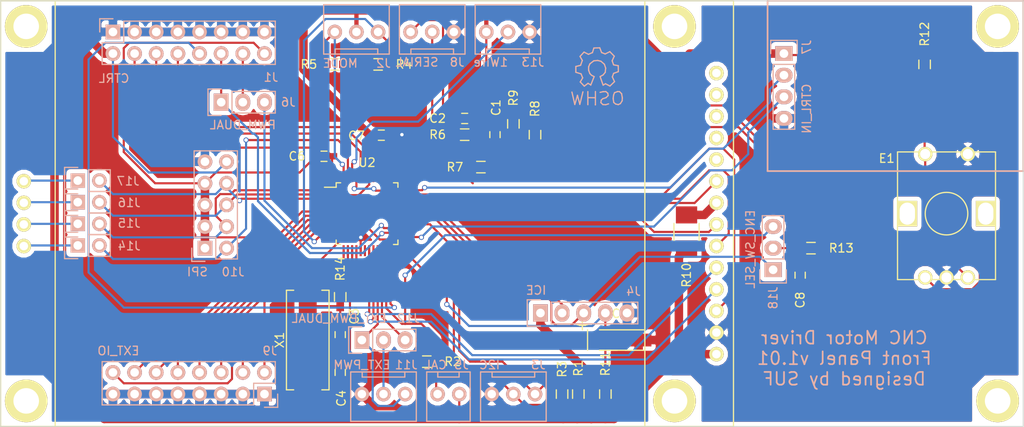
<source format=kicad_pcb>
(kicad_pcb (version 4) (host pcbnew "(2015-06-16 BZR 5762, Git d3b3131)-product")
  (layers (0 F.Cu signal) (31 B.Cu signal) (34 B.Paste user) (35 F.Paste user) (36 B.SilkS user) (37 F.SilkS user) (38 B.Mask user) (39 F.Mask user) (44 Edge.Cuts user))
  (net 0 "")
  (net 1 ENC_B)
  (net 2 GND)
  (net 3 ENC_A)
  (net 4 "Net-(C3-Pad2)")
  (net 5 X1)
  (net 6 TICERST)
  (net 7 VDD)
  (net 8 GNDA)
  (net 9 VCC)
  (net 10 "Net-(C8-Pad1)")
  (net 11 "Net-(E1-Pad2)")
  (net 12 "Net-(E1-Pad3)")
  (net 13 "Net-(E1-Pad4)")
  (net 14 ADC_U)
  (net 15 ADC_I)
  (net 16 RPM_IN)
  (net 17 PWM_0)
  (net 18 "Net-(J1-Pad14)")
  (net 19 MODE_AUTO)
  (net 20 MODE_RPM)
  (net 21 I2C_SCL)
  (net 22 I2C_SDA)
  (net 23 TICEDAT)
  (net 24 TICECLK)
  (net 25 CAL)
  (net 26 PWM_1)
  (net 27 SPINDLE_SPEED)
  (net 28 SPINDLE_SWITCH)
  (net 29 TXD)
  (net 30 RXD)
  (net 31 PP0)
  (net 32 PP1)
  (net 33 PP2)
  (net 34 PP3)
  (net 35 PP4)
  (net 36 PP5)
  (net 37 PP6)
  (net 38 PP7)
  (net 39 SPI_SS)
  (net 40 SPI_MOSI)
  (net 41 SPI_MISO)
  (net 42 SPI_SCK)
  (net 43 "Net-(J11-Pad2)")
  (net 44 PWM_2)
  (net 45 PWM_3)
  (net 46 1Wire)
  (net 47 "Net-(J14-Pad1)")
  (net 48 "Net-(J15-Pad1)")
  (net 49 "Net-(J16-Pad1)")
  (net 50 "Net-(J17-Pad1)")
  (net 51 "Net-(R10-Pad2)")
  (net 52 X2)
  (net 53 "Net-(U2-Pad18)")
  (net 54 TFT_DC)
  (net 55 TFT_RST)
  (net 56 TFT_SCK)
  (net 57 TFT_MISO)
  (net 58 TFT_MOSI)
  (net 59 TFT_CS)
  (net 60 "Net-(U3-Pad10)")
  (net 61 "Net-(U3-Pad11)")
  (net 62 "Net-(U3-Pad12)")
  (net 63 "Net-(U3-Pad13)")
  (net 64 "Net-(U3-Pad14)")
  (module suf_mounting:MNT_HOLE_3 (layer F.Cu) (at 147 77)
    (fp_text reference MNT_HOLE_3 hide)
    (fp_text value Val** hide)
    (pad "" thru_hole circle (at 0 0) (size 5.00126 5.00126) (drill 2.99974) (layers *.Cu *.Mask F.SilkS))
  )
  (module Capacitors_SMD:C_0603_HandSoldering (layer F.Cu) (at 88.011 45.72 90)
    (fp_text reference C1 (at 3.175 0.127 90) (layer F.SilkS))
    (fp_text value 10nF hide)
    (pad 1 smd rect (at -0.95 0 90) (size 1.2 0.75) (layers F.Cu F.Paste F.Mask) (net 1 ENC_B))
    (pad 2 smd rect (at 0.95 0 90) (size 1.2 0.75) (layers F.Cu F.Paste F.Mask) (net 2 GND))
  )
  (module Capacitors_SMD:C_0603_HandSoldering (layer F.Cu) (at 84.455 43.815)
    (fp_text reference C2 (at -3.175 0) (layer F.SilkS))
    (fp_text value 10nF hide)
    (pad 1 smd rect (at -0.95 0) (size 1.2 0.75) (layers F.Cu F.Paste F.Mask) (net 3 ENC_A))
    (pad 2 smd rect (at 0.95 0) (size 1.2 0.75) (layers F.Cu F.Paste F.Mask) (net 2 GND))
  )
  (module Capacitors_SMD:C_0603_HandSoldering (layer F.Cu) (at 69.85 69.215 90)
    (fp_text reference C3 (at 2.159 1.651 90) (layer F.SilkS))
    (fp_text value 22pF hide)
    (pad 1 smd rect (at -0.95 0 90) (size 1.2 0.75) (layers F.Cu F.Paste F.Mask) (net 2 GND))
    (pad 2 smd rect (at 0.95 0 90) (size 1.2 0.75) (layers F.Cu F.Paste F.Mask) (net 4 "Net-(C3-Pad2)"))
  )
  (module Capacitors_SMD:C_0603_HandSoldering (layer F.Cu) (at 69.85 73.66 270)
    (fp_text reference C4 (at 3.048 -0.127 270) (layer F.SilkS))
    (fp_text value 22pF hide)
    (pad 1 smd rect (at -0.95 0 270) (size 1.2 0.75) (layers F.Cu F.Paste F.Mask) (net 2 GND))
    (pad 2 smd rect (at 0.95 0 270) (size 1.2 0.75) (layers F.Cu F.Paste F.Mask) (net 5 X1))
  )
  (module Capacitors_Tantalum_SMD:TantalC_SizeA_EIA-3216_HandSoldering (layer F.Cu) (at 102.87 69.85)
    (fp_text reference C5 (at -0.20066 -3.0988) (layer F.SilkS))
    (fp_text value "10uF/10V Tantalum" hide)
    (fp_text user + (at -4.59994 -1.80086) (layer F.SilkS))
    (pad 2 smd rect (at 1.99898 0) (size 2.99974 1.50114) (layers F.Cu F.Paste F.Mask) (net 2 GND))
    (pad 1 smd rect (at -1.99898 0) (size 2.99974 1.50114) (layers F.Cu F.Paste F.Mask) (net 6 TICERST))
  )
  (module Capacitors_SMD:C_0603_HandSoldering (layer F.Cu) (at 67.945 48.26 180)
    (fp_text reference C6 (at 3.175 0 180) (layer F.SilkS))
    (fp_text value 100nF hide)
    (pad 1 smd rect (at -0.95 0 180) (size 1.2 0.75) (layers F.Cu F.Paste F.Mask) (net 7 VDD))
    (pad 2 smd rect (at 0.95 0 180) (size 1.2 0.75) (layers F.Cu F.Paste F.Mask) (net 8 GNDA))
  )
  (module Capacitors_SMD:C_0603_HandSoldering (layer F.Cu) (at 74.676 45.7835)
    (fp_text reference C7 (at -2.921 0.0635) (layer F.SilkS))
    (fp_text value 100nF hide)
    (pad 1 smd rect (at -0.95 0) (size 1.2 0.75) (layers F.Cu F.Paste F.Mask) (net 9 VCC))
    (pad 2 smd rect (at 0.95 0) (size 1.2 0.75) (layers F.Cu F.Paste F.Mask) (net 2 GND))
  )
  (module Capacitors_SMD:C_0603_HandSoldering (layer F.Cu) (at 123.825 62.23 270)
    (fp_text reference C8 (at 2.921 0 270) (layer F.SilkS))
    (fp_text value 10nF hide)
    (pad 1 smd rect (at -0.95 0 270) (size 1.2 0.75) (layers F.Cu F.Paste F.Mask) (net 10 "Net-(C8-Pad1)"))
    (pad 2 smd rect (at 0.95 0 270) (size 1.2 0.75) (layers F.Cu F.Paste F.Mask) (net 2 GND))
  )
  (module suf_switch:EC11P20 (layer F.Cu) (at 141 55)
    (fp_text reference E1 (at -7.015 -6.486) (layer F.SilkS))
    (fp_text value EC11P20 hide)
    (pad 1 thru_hole circle (at 0 7.5) (size 1.7 1.7) (drill 1.2) (layers *.Cu *.Mask F.SilkS) (net 2 GND))
    (pad 2 thru_hole circle (at -2.5 7.5) (size 1.7 1.7) (drill 1.2) (layers *.Cu *.Mask F.SilkS) (net 11 "Net-(E1-Pad2)"))
    (pad 3 thru_hole circle (at 2.5 7.5) (size 1.7 1.7) (drill 1.2) (layers *.Cu *.Mask F.SilkS) (net 12 "Net-(E1-Pad3)"))
    (pad 4 thru_hole circle (at -2.5 -7) (size 1.7 1.7) (drill 1.2) (layers *.Cu *.Mask F.SilkS) (net 13 "Net-(E1-Pad4)"))
    (pad 5 thru_hole circle (at 2.5 -7) (size 1.7 1.7) (drill 1.2) (layers *.Cu *.Mask F.SilkS) (net 2 GND))
    (pad "" thru_hole rect (at -4.6 0) (size 2.3 3) (drill oval 1.8 2.6) (layers *.Cu *.Mask F.SilkS))
    (pad "" thru_hole rect (at 4.6 0) (size 2.3 3) (drill oval 1.8 2.6) (layers *.Cu *.Mask F.SilkS))
  )
  (module Pin_Headers:Pin_Header_Straight_2x08 (layer B.Cu) (at 43.18 33.655 270)
    (fp_text reference J1 (at 5.334 -18.542 360) (layer B.SilkS) (effects (justify mirror)))
    (fp_text value CTRL (at 5.461 -0.127 360) (layer B.SilkS) (effects (justify mirror)))
    (pad 1 thru_hole rect (at 0 0 270) (size 1.7272 1.7272) (drill 1.016) (layers *.Cu *.Mask B.SilkS) (net 2 GND))
    (pad 2 thru_hole oval (at 2.54 0 270) (size 1.7272 1.7272) (drill 1.016) (layers *.Cu *.Mask B.SilkS) (net 9 VCC))
    (pad 3 thru_hole oval (at 0 -2.54 270) (size 1.7272 1.7272) (drill 1.016) (layers *.Cu *.Mask B.SilkS) (net 2 GND))
    (pad 4 thru_hole oval (at 2.54 -2.54 270) (size 1.7272 1.7272) (drill 1.016) (layers *.Cu *.Mask B.SilkS) (net 7 VDD))
    (pad 5 thru_hole oval (at 0 -5.08 270) (size 1.7272 1.7272) (drill 1.016) (layers *.Cu *.Mask B.SilkS) (net 2 GND))
    (pad 6 thru_hole oval (at 2.54 -5.08 270) (size 1.7272 1.7272) (drill 1.016) (layers *.Cu *.Mask B.SilkS) (net 14 ADC_U))
    (pad 7 thru_hole oval (at 0 -7.62 270) (size 1.7272 1.7272) (drill 1.016) (layers *.Cu *.Mask B.SilkS) (net 2 GND))
    (pad 8 thru_hole oval (at 2.54 -7.62 270) (size 1.7272 1.7272) (drill 1.016) (layers *.Cu *.Mask B.SilkS) (net 15 ADC_I))
    (pad 9 thru_hole oval (at 0 -10.16 270) (size 1.7272 1.7272) (drill 1.016) (layers *.Cu *.Mask B.SilkS) (net 2 GND))
    (pad 10 thru_hole oval (at 2.54 -10.16 270) (size 1.7272 1.7272) (drill 1.016) (layers *.Cu *.Mask B.SilkS) (net 16 RPM_IN))
    (pad 11 thru_hole oval (at 0 -12.7 270) (size 1.7272 1.7272) (drill 1.016) (layers *.Cu *.Mask B.SilkS) (net 2 GND))
    (pad 12 thru_hole oval (at 2.54 -12.7 270) (size 1.7272 1.7272) (drill 1.016) (layers *.Cu *.Mask B.SilkS) (net 17 PWM_0))
    (pad 13 thru_hole oval (at 0 -15.24 270) (size 1.7272 1.7272) (drill 1.016) (layers *.Cu *.Mask B.SilkS) (net 2 GND))
    (pad 14 thru_hole oval (at 2.54 -15.24 270) (size 1.7272 1.7272) (drill 1.016) (layers *.Cu *.Mask B.SilkS) (net 18 "Net-(J1-Pad14)"))
    (pad 15 thru_hole oval (at 0 -17.78 270) (size 1.7272 1.7272) (drill 1.016) (layers *.Cu *.Mask B.SilkS) (net 2 GND))
    (pad 16 thru_hole oval (at 2.54 -17.78 270) (size 1.7272 1.7272) (drill 1.016) (layers *.Cu *.Mask B.SilkS) (net 8 GNDA))
  )
  (module suf_connector_ncw:CONN_NCW254-03S (layer B.Cu) (at 71.755 33.655)
    (fp_text reference J2 (at 3.175 3.683) (layer B.SilkS) (effects (justify mirror)))
    (fp_text value MODE (at -1.905 3.683) (layer B.SilkS) (effects (justify mirror)))
    (pad 2 thru_hole circle (at 0 0) (size 1.7 1.7) (drill 1) (layers *.Cu *.Mask B.SilkS) (net 9 VCC))
    (pad 3 thru_hole circle (at 2.54 0) (size 1.7 1.7) (drill 1) (layers *.Cu *.Mask B.SilkS) (net 19 MODE_AUTO))
    (pad 1 thru_hole circle (at -2.54 0) (size 1.7 1.7) (drill 1) (layers *.Cu *.Mask B.SilkS) (net 20 MODE_RPM))
  )
  (module suf_connector_ncw:CONN_NCW254-03S (layer B.Cu) (at 90.17 76.2 180)
    (fp_text reference J3 (at -2.921 3.429 180) (layer B.SilkS) (effects (justify mirror)))
    (fp_text value I2C (at 2.794 3.429 180) (layer B.SilkS) (effects (justify mirror)))
    (pad 2 thru_hole circle (at 0 0 180) (size 1.7 1.7) (drill 1) (layers *.Cu *.Mask B.SilkS) (net 21 I2C_SCL))
    (pad 3 thru_hole circle (at 2.54 0 180) (size 1.7 1.7) (drill 1) (layers *.Cu *.Mask B.SilkS) (net 2 GND))
    (pad 1 thru_hole circle (at -2.54 0 180) (size 1.7 1.7) (drill 1) (layers *.Cu *.Mask B.SilkS) (net 22 I2C_SDA))
  )
  (module Pin_Headers:Pin_Header_Straight_1x05 (layer B.Cu) (at 93.345 66.675 270)
    (fp_text reference J4 (at -2.54 -10.922 360) (layer B.SilkS) (effects (justify mirror)))
    (fp_text value ICE (at -2.667 0.508 360) (layer B.SilkS) (effects (justify mirror)))
    (pad 1 thru_hole rect (at 0 0 270) (size 2.032 1.7272) (drill 1.016) (layers *.Cu *.Mask B.SilkS) (net 9 VCC))
    (pad 2 thru_hole oval (at 0 -2.54 270) (size 2.032 1.7272) (drill 1.016) (layers *.Cu *.Mask B.SilkS) (net 23 TICEDAT))
    (pad 3 thru_hole oval (at 0 -5.08 270) (size 2.032 1.7272) (drill 1.016) (layers *.Cu *.Mask B.SilkS) (net 24 TICECLK))
    (pad 4 thru_hole oval (at 0 -7.62 270) (size 2.032 1.7272) (drill 1.016) (layers *.Cu *.Mask B.SilkS) (net 6 TICERST))
    (pad 5 thru_hole oval (at 0 -10.16 270) (size 2.032 1.7272) (drill 1.016) (layers *.Cu *.Mask B.SilkS) (net 2 GND))
  )
  (module suf_connector_ncw:CONN_NCW254-02S (layer B.Cu) (at 82.55 76.2 180)
    (fp_text reference J5 (at -1.524 3.429 180) (layer B.SilkS) (effects (justify mirror)))
    (fp_text value CAL (at 1.524 3.429 180) (layer B.SilkS) (effects (justify mirror)))
    (pad 1 thru_hole circle (at -1.27 0 180) (size 1.7 1.7) (drill 1) (layers *.Cu *.Mask B.SilkS) (net 9 VCC))
    (pad 2 thru_hole circle (at 1.27 0 180) (size 1.7 1.7) (drill 1) (layers *.Cu *.Mask B.SilkS) (net 25 CAL))
  )
  (module Pin_Headers:Pin_Header_Straight_1x03 (layer B.Cu) (at 55.88 41.91 270)
    (fp_text reference J6 (at 0 -7.874 360) (layer B.SilkS) (effects (justify mirror)))
    (fp_text value PWM_DUAL (at 2.667 -2.54 360) (layer B.SilkS) (effects (justify mirror)))
    (pad 1 thru_hole rect (at 0 0 270) (size 2.032 1.7272) (drill 1.016) (layers *.Cu *.Mask B.SilkS) (net 17 PWM_0))
    (pad 2 thru_hole oval (at 0 -2.54 270) (size 2.032 1.7272) (drill 1.016) (layers *.Cu *.Mask B.SilkS) (net 18 "Net-(J1-Pad14)"))
    (pad 3 thru_hole oval (at 0 -5.08 270) (size 2.032 1.7272) (drill 1.016) (layers *.Cu *.Mask B.SilkS) (net 26 PWM_1))
  )
  (module Pin_Headers:Pin_Header_Straight_1x04 (layer B.Cu) (at 121.92 36.195 180)
    (fp_text reference J7 (at -2.667 0.762 270) (layer B.SilkS) (effects (justify mirror)))
    (fp_text value CTRL_IN (at -2.667 -6.477 270) (layer B.SilkS) (effects (justify mirror)))
    (pad 1 thru_hole rect (at 0 0 180) (size 2.032 1.7272) (drill 1.016) (layers *.Cu *.Mask B.SilkS) (net 9 VCC))
    (pad 2 thru_hole oval (at 0 -2.54 180) (size 2.032 1.7272) (drill 1.016) (layers *.Cu *.Mask B.SilkS) (net 27 SPINDLE_SPEED))
    (pad 3 thru_hole oval (at 0 -5.08 180) (size 2.032 1.7272) (drill 1.016) (layers *.Cu *.Mask B.SilkS) (net 28 SPINDLE_SWITCH))
    (pad 4 thru_hole oval (at 0 -7.62 180) (size 2.032 1.7272) (drill 1.016) (layers *.Cu *.Mask B.SilkS) (net 2 GND))
  )
  (module suf_connector_ncw:CONN_NCW254-03S (layer B.Cu) (at 80.645 33.655)
    (fp_text reference J8 (at 2.921 3.556) (layer B.SilkS) (effects (justify mirror)))
    (fp_text value SERIAL (at -1.778 3.556) (layer B.SilkS) (effects (justify mirror)))
    (pad 2 thru_hole circle (at 0 0) (size 1.7 1.7) (drill 1) (layers *.Cu *.Mask B.SilkS) (net 29 TXD))
    (pad 3 thru_hole circle (at 2.54 0) (size 1.7 1.7) (drill 1) (layers *.Cu *.Mask B.SilkS) (net 2 GND))
    (pad 1 thru_hole circle (at -2.54 0) (size 1.7 1.7) (drill 1) (layers *.Cu *.Mask B.SilkS) (net 30 RXD))
  )
  (module Pin_Headers:Pin_Header_Straight_2x08 (layer B.Cu) (at 60.96 76.2 90)
    (fp_text reference J9 (at 5.08 0.635 180) (layer B.SilkS) (effects (justify mirror)))
    (fp_text value EXT_IO (at 5.08 -17.145 180) (layer B.SilkS) (effects (justify mirror)))
    (pad 1 thru_hole rect (at 0 0 90) (size 1.7272 1.7272) (drill 1.016) (layers *.Cu *.Mask B.SilkS) (net 2 GND))
    (pad 2 thru_hole oval (at 2.54 0 90) (size 1.7272 1.7272) (drill 1.016) (layers *.Cu *.Mask B.SilkS) (net 38 PP7))
    (pad 3 thru_hole oval (at 0 -2.54 90) (size 1.7272 1.7272) (drill 1.016) (layers *.Cu *.Mask B.SilkS) (net 2 GND))
    (pad 4 thru_hole oval (at 2.54 -2.54 90) (size 1.7272 1.7272) (drill 1.016) (layers *.Cu *.Mask B.SilkS) (net 37 PP6))
    (pad 5 thru_hole oval (at 0 -5.08 90) (size 1.7272 1.7272) (drill 1.016) (layers *.Cu *.Mask B.SilkS) (net 2 GND))
    (pad 6 thru_hole oval (at 2.54 -5.08 90) (size 1.7272 1.7272) (drill 1.016) (layers *.Cu *.Mask B.SilkS) (net 36 PP5))
    (pad 7 thru_hole oval (at 0 -7.62 90) (size 1.7272 1.7272) (drill 1.016) (layers *.Cu *.Mask B.SilkS) (net 2 GND))
    (pad 8 thru_hole oval (at 2.54 -7.62 90) (size 1.7272 1.7272) (drill 1.016) (layers *.Cu *.Mask B.SilkS) (net 35 PP4))
    (pad 9 thru_hole oval (at 0 -10.16 90) (size 1.7272 1.7272) (drill 1.016) (layers *.Cu *.Mask B.SilkS) (net 2 GND))
    (pad 10 thru_hole oval (at 2.54 -10.16 90) (size 1.7272 1.7272) (drill 1.016) (layers *.Cu *.Mask B.SilkS) (net 34 PP3))
    (pad 11 thru_hole oval (at 0 -12.7 90) (size 1.7272 1.7272) (drill 1.016) (layers *.Cu *.Mask B.SilkS) (net 2 GND))
    (pad 12 thru_hole oval (at 2.54 -12.7 90) (size 1.7272 1.7272) (drill 1.016) (layers *.Cu *.Mask B.SilkS) (net 33 PP2))
    (pad 13 thru_hole oval (at 0 -15.24 90) (size 1.7272 1.7272) (drill 1.016) (layers *.Cu *.Mask B.SilkS) (net 2 GND))
    (pad 14 thru_hole oval (at 2.54 -15.24 90) (size 1.7272 1.7272) (drill 1.016) (layers *.Cu *.Mask B.SilkS) (net 32 PP1))
    (pad 15 thru_hole oval (at 0 -17.78 90) (size 1.7272 1.7272) (drill 1.016) (layers *.Cu *.Mask B.SilkS) (net 2 GND))
    (pad 16 thru_hole oval (at 2.54 -17.78 90) (size 1.7272 1.7272) (drill 1.016) (layers *.Cu *.Mask B.SilkS) (net 31 PP0))
  )
  (module Pin_Headers:Pin_Header_Straight_2x05 (layer B.Cu) (at 53.975 59.055)
    (fp_text reference J10 (at 3.302 2.794) (layer B.SilkS) (effects (justify mirror)))
    (fp_text value SPI (at -0.889 2.794) (layer B.SilkS) (effects (justify mirror)))
    (pad 1 thru_hole rect (at 0 0) (size 1.7272 1.7272) (drill 1.016) (layers *.Cu *.Mask B.SilkS) (net 8 GNDA))
    (pad 2 thru_hole oval (at 2.54 0) (size 1.7272 1.7272) (drill 1.016) (layers *.Cu *.Mask B.SilkS) (net 39 SPI_SS))
    (pad 3 thru_hole oval (at 0 -2.54) (size 1.7272 1.7272) (drill 1.016) (layers *.Cu *.Mask B.SilkS) (net 8 GNDA))
    (pad 4 thru_hole oval (at 2.54 -2.54) (size 1.7272 1.7272) (drill 1.016) (layers *.Cu *.Mask B.SilkS) (net 40 SPI_MOSI))
    (pad 5 thru_hole oval (at 0 -5.08) (size 1.7272 1.7272) (drill 1.016) (layers *.Cu *.Mask B.SilkS) (net 8 GNDA))
    (pad 6 thru_hole oval (at 2.54 -5.08) (size 1.7272 1.7272) (drill 1.016) (layers *.Cu *.Mask B.SilkS) (net 41 SPI_MISO))
    (pad 7 thru_hole oval (at 0 -7.62) (size 1.7272 1.7272) (drill 1.016) (layers *.Cu *.Mask B.SilkS) (net 8 GNDA))
    (pad 8 thru_hole oval (at 2.54 -7.62) (size 1.7272 1.7272) (drill 1.016) (layers *.Cu *.Mask B.SilkS) (net 42 SPI_SCK))
    (pad 9 thru_hole oval (at 0 -10.16) (size 1.7272 1.7272) (drill 1.016) (layers *.Cu *.Mask B.SilkS) (net 2 GND))
    (pad 10 thru_hole oval (at 2.54 -10.16) (size 1.7272 1.7272) (drill 1.016) (layers *.Cu *.Mask B.SilkS) (net 9 VCC))
  )
  (module suf_connector_ncw:CONN_NCW254-03S (layer B.Cu) (at 74.93 76.2 180)
    (fp_text reference J11 (at -2.667 3.429 180) (layer B.SilkS) (effects (justify mirror)))
    (fp_text value EXT_PWM (at 2.54 3.429 180) (layer B.SilkS) (effects (justify mirror)))
    (pad 2 thru_hole circle (at 0 0 180) (size 1.7 1.7) (drill 1) (layers *.Cu *.Mask B.SilkS) (net 43 "Net-(J11-Pad2)"))
    (pad 3 thru_hole circle (at 2.54 0 180) (size 1.7 1.7) (drill 1) (layers *.Cu *.Mask B.SilkS) (net 2 GND))
    (pad 1 thru_hole circle (at -2.54 0 180) (size 1.7 1.7) (drill 1) (layers *.Cu *.Mask B.SilkS) (net 44 PWM_2))
  )
  (module Pin_Headers:Pin_Header_Straight_1x03 (layer B.Cu) (at 72.39 69.85 270)
    (fp_text reference J12 (at -2.54 -5.461 360) (layer B.SilkS) (effects (justify mirror)))
    (fp_text value EXT_PWM_DUAL (at -2.54 2.667 360) (layer B.SilkS) (effects (justify mirror)))
    (pad 1 thru_hole rect (at 0 0 270) (size 2.032 1.7272) (drill 1.016) (layers *.Cu *.Mask B.SilkS) (net 44 PWM_2))
    (pad 2 thru_hole oval (at 0 -2.54 270) (size 2.032 1.7272) (drill 1.016) (layers *.Cu *.Mask B.SilkS) (net 43 "Net-(J11-Pad2)"))
    (pad 3 thru_hole oval (at 0 -5.08 270) (size 2.032 1.7272) (drill 1.016) (layers *.Cu *.Mask B.SilkS) (net 45 PWM_3))
  )
  (module suf_connector_ncw:CONN_NCW254-03S (layer B.Cu) (at 89.535 33.655)
    (fp_text reference J13 (at 2.921 3.556) (layer B.SilkS) (effects (justify mirror)))
    (fp_text value 1Wire (at -2.032 3.556) (layer B.SilkS) (effects (justify mirror)))
    (pad 2 thru_hole circle (at 0 0) (size 1.7 1.7) (drill 1) (layers *.Cu *.Mask B.SilkS) (net 46 1Wire))
    (pad 3 thru_hole circle (at 2.54 0) (size 1.7 1.7) (drill 1) (layers *.Cu *.Mask B.SilkS) (net 2 GND))
    (pad 1 thru_hole circle (at -2.54 0) (size 1.7 1.7) (drill 1) (layers *.Cu *.Mask B.SilkS) (net 9 VCC))
  )
  (module Pin_Headers:Pin_Header_Straight_1x02 (layer B.Cu) (at 39.0525 58.7375 270)
    (fp_text reference J14 (at 0.0635 -6.0325 360) (layer B.SilkS) (effects (justify mirror)))
    (fp_text value JUMPER hide)
    (pad 1 thru_hole rect (at 0 0 270) (size 1.7 1.7) (drill 1.016) (layers *.Cu *.Mask B.SilkS) (net 47 "Net-(J14-Pad1)"))
    (pad 2 thru_hole circle (at 0 -2.54 270) (size 1.7 1.7) (drill 1.016) (layers *.Cu *.Mask B.SilkS) (net 39 SPI_SS))
  )
  (module Pin_Headers:Pin_Header_Straight_1x02 (layer B.Cu) (at 39.0525 56.1975 270)
    (fp_text reference J15 (at -0.0635 -6.0325 360) (layer B.SilkS) (effects (justify mirror)))
    (fp_text value JUMPER hide)
    (pad 1 thru_hole rect (at 0 0 270) (size 1.7 1.7) (drill 1.016) (layers *.Cu *.Mask B.SilkS) (net 48 "Net-(J15-Pad1)"))
    (pad 2 thru_hole circle (at 0 -2.54 270) (size 1.7 1.7) (drill 1.016) (layers *.Cu *.Mask B.SilkS) (net 40 SPI_MOSI))
  )
  (module Pin_Headers:Pin_Header_Straight_1x02 (layer B.Cu) (at 39.0525 53.6575 270)
    (fp_text reference J16 (at 0.0635 -6.0325 360) (layer B.SilkS) (effects (justify mirror)))
    (fp_text value JUMPER hide)
    (pad 1 thru_hole rect (at 0 0 270) (size 1.7 1.7) (drill 1.016) (layers *.Cu *.Mask B.SilkS) (net 49 "Net-(J16-Pad1)"))
    (pad 2 thru_hole circle (at 0 -2.54 270) (size 1.7 1.7) (drill 1.016) (layers *.Cu *.Mask B.SilkS) (net 41 SPI_MISO))
  )
  (module Pin_Headers:Pin_Header_Straight_1x02 (layer B.Cu) (at 39.0525 51.1175 270)
    (fp_text reference J17 (at 0.0635 -5.9055 360) (layer B.SilkS) (effects (justify mirror)))
    (fp_text value JUMPER hide)
    (pad 1 thru_hole rect (at 0 0 270) (size 1.7 1.7) (drill 1.016) (layers *.Cu *.Mask B.SilkS) (net 50 "Net-(J17-Pad1)"))
    (pad 2 thru_hole circle (at 0 -2.54 270) (size 1.7 1.7) (drill 1.016) (layers *.Cu *.Mask B.SilkS) (net 42 SPI_SCK))
  )
  (module Pin_Headers:Pin_Header_Straight_1x03 (layer B.Cu) (at 120.65 61.595)
    (fp_text reference J18 (at 0 3.302 90) (layer B.SilkS) (effects (justify mirror)))
    (fp_text value ENC_SW_SEL (at -2.667 -2.413 90) (layer B.SilkS) (effects (justify mirror)))
    (pad 1 thru_hole rect (at 0 0) (size 2.032 1.7272) (drill 1.016) (layers *.Cu *.Mask B.SilkS) (net 24 TICECLK))
    (pad 2 thru_hole oval (at 0 -2.54) (size 2.032 1.7272) (drill 1.016) (layers *.Cu *.Mask B.SilkS) (net 10 "Net-(C8-Pad1)"))
    (pad 3 thru_hole oval (at 0 -5.08) (size 2.032 1.7272) (drill 1.016) (layers *.Cu *.Mask B.SilkS) (net 25 CAL))
  )
  (module Resistors_SMD:R_0603_HandSoldering (layer F.Cu) (at 97.79 76.2 90)
    (fp_text reference R1 (at 3.048 0 90) (layer F.SilkS))
    (fp_text value 10K hide)
    (pad 1 smd rect (at -1.1 0 90) (size 1.2 0.9) (layers F.Cu F.Paste F.Mask) (net 9 VCC))
    (pad 2 smd rect (at 1.1 0 90) (size 1.2 0.9) (layers F.Cu F.Paste F.Mask) (net 22 I2C_SDA))
  )
  (module Resistors_SMD:R_0603_HandSoldering (layer F.Cu) (at 80.01 72.39 180)
    (fp_text reference R2 (at -3.048 0 180) (layer F.SilkS))
    (fp_text value 47K hide)
    (pad 1 smd rect (at -1.1 0 180) (size 1.2 0.9) (layers F.Cu F.Paste F.Mask) (net 25 CAL))
    (pad 2 smd rect (at 1.1 0 180) (size 1.2 0.9) (layers F.Cu F.Paste F.Mask) (net 2 GND))
  )
  (module Resistors_SMD:R_0603_HandSoldering (layer F.Cu) (at 95.885 76.2 90)
    (fp_text reference R3 (at 2.921 0 90) (layer F.SilkS))
    (fp_text value 10K hide)
    (pad 1 smd rect (at -1.1 0 90) (size 1.2 0.9) (layers F.Cu F.Paste F.Mask) (net 9 VCC))
    (pad 2 smd rect (at 1.1 0 90) (size 1.2 0.9) (layers F.Cu F.Paste F.Mask) (net 21 I2C_SCL))
  )
  (module Resistors_SMD:R_0603_HandSoldering (layer F.Cu) (at 74.295 37.465 180)
    (fp_text reference R4 (at -3.048 0 180) (layer F.SilkS))
    (fp_text value 47K hide)
    (pad 1 smd rect (at -1.1 0 180) (size 1.2 0.9) (layers F.Cu F.Paste F.Mask) (net 19 MODE_AUTO))
    (pad 2 smd rect (at 1.1 0 180) (size 1.2 0.9) (layers F.Cu F.Paste F.Mask) (net 2 GND))
  )
  (module Resistors_SMD:R_0603_HandSoldering (layer F.Cu) (at 69.215 37.465)
    (fp_text reference R5 (at -3.048 0) (layer F.SilkS))
    (fp_text value 47K hide)
    (pad 1 smd rect (at -1.1 0) (size 1.2 0.9) (layers F.Cu F.Paste F.Mask) (net 20 MODE_RPM))
    (pad 2 smd rect (at 1.1 0) (size 1.2 0.9) (layers F.Cu F.Paste F.Mask) (net 2 GND))
  )
  (module Resistors_SMD:R_0603_HandSoldering (layer F.Cu) (at 84.455 45.72)
    (fp_text reference R6 (at -3.175 0) (layer F.SilkS))
    (fp_text value 10K hide)
    (pad 1 smd rect (at -1.1 0) (size 1.2 0.9) (layers F.Cu F.Paste F.Mask) (net 3 ENC_A))
    (pad 2 smd rect (at 1.1 0) (size 1.2 0.9) (layers F.Cu F.Paste F.Mask) (net 11 "Net-(E1-Pad2)"))
  )
  (module Resistors_SMD:R_0603_HandSoldering (layer F.Cu) (at 86.36 49.53)
    (fp_text reference R7 (at -3.048 0) (layer F.SilkS))
    (fp_text value 10K hide)
    (pad 1 smd rect (at -1.1 0) (size 1.2 0.9) (layers F.Cu F.Paste F.Mask) (net 1 ENC_B))
    (pad 2 smd rect (at 1.1 0) (size 1.2 0.9) (layers F.Cu F.Paste F.Mask) (net 12 "Net-(E1-Pad3)"))
  )
  (module Resistors_SMD:R_0603_HandSoldering (layer F.Cu) (at 92.71 45.72 270)
    (fp_text reference R8 (at -3.048 0 270) (layer F.SilkS))
    (fp_text value 10K hide)
    (pad 1 smd rect (at -1.1 0 270) (size 1.2 0.9) (layers F.Cu F.Paste F.Mask) (net 9 VCC))
    (pad 2 smd rect (at 1.1 0 270) (size 1.2 0.9) (layers F.Cu F.Paste F.Mask) (net 12 "Net-(E1-Pad3)"))
  )
  (module Resistors_SMD:R_0603_HandSoldering (layer F.Cu) (at 90.17 44.45 270)
    (fp_text reference R9 (at -3.048 0 270) (layer F.SilkS))
    (fp_text value 10K hide)
    (pad 1 smd rect (at -1.1 0 270) (size 1.2 0.9) (layers F.Cu F.Paste F.Mask) (net 9 VCC))
    (pad 2 smd rect (at 1.1 0 270) (size 1.2 0.9) (layers F.Cu F.Paste F.Mask) (net 11 "Net-(E1-Pad2)"))
  )
  (module Resistors_SMD:R_1210_HandSoldering (layer F.Cu) (at 110.49 57.15 90)
    (fp_text reference R10 (at -5.08 0 90) (layer F.SilkS))
    (fp_text value 3R9 hide)
    (pad 1 smd rect (at -2 0 90) (size 2 2.5) (layers F.Cu F.Paste F.Mask) (net 9 VCC))
    (pad 2 smd rect (at 2 0 90) (size 2 2.5) (layers F.Cu F.Paste F.Mask) (net 51 "Net-(R10-Pad2)"))
  )
  (module Resistors_SMD:R_0603_HandSoldering (layer F.Cu) (at 100.965 76.2 90)
    (fp_text reference R11 (at 3.556 0 90) (layer F.SilkS))
    (fp_text value 10K hide)
    (pad 1 smd rect (at -1.1 0 90) (size 1.2 0.9) (layers F.Cu F.Paste F.Mask) (net 9 VCC))
    (pad 2 smd rect (at 1.1 0 90) (size 1.2 0.9) (layers F.Cu F.Paste F.Mask) (net 6 TICERST))
  )
  (module Resistors_SMD:R_0603_HandSoldering (layer F.Cu) (at 138.43 37.465 270)
    (fp_text reference R12 (at -3.556 0 270) (layer F.SilkS))
    (fp_text value 10K hide)
    (pad 1 smd rect (at -1.1 0 270) (size 1.2 0.9) (layers F.Cu F.Paste F.Mask) (net 9 VCC))
    (pad 2 smd rect (at 1.1 0 270) (size 1.2 0.9) (layers F.Cu F.Paste F.Mask) (net 13 "Net-(E1-Pad4)"))
  )
  (module Resistors_SMD:R_0603_HandSoldering (layer F.Cu) (at 125.095 59.055 180)
    (fp_text reference R13 (at -3.556 0 180) (layer F.SilkS))
    (fp_text value 10K hide)
    (pad 1 smd rect (at -1.1 0 180) (size 1.2 0.9) (layers F.Cu F.Paste F.Mask) (net 13 "Net-(E1-Pad4)"))
    (pad 2 smd rect (at 1.1 0 180) (size 1.2 0.9) (layers F.Cu F.Paste F.Mask) (net 10 "Net-(C8-Pad1)"))
  )
  (module Resistors_SMD:R_0603_HandSoldering (layer F.Cu) (at 69.85 64.77 90)
    (fp_text reference R14 (at 3.302 0 90) (layer F.SilkS))
    (fp_text value 33 hide)
    (pad 1 smd rect (at -1.1 0 90) (size 1.2 0.9) (layers F.Cu F.Paste F.Mask) (net 4 "Net-(C3-Pad2)"))
    (pad 2 smd rect (at 1.1 0 90) (size 1.2 0.9) (layers F.Cu F.Paste F.Mask) (net 52 X2))
  )
  (module Housings_QFP:LQFP-48_7x7mm_Pitch0.5mm (layer F.Cu) (at 73 55)
    (fp_text reference U2 (at 0 -6) (layer F.SilkS))
    (fp_text value M0516LDN hide)
    (pad 1 smd rect (at -4.35 -2.75) (size 1.3 0.25) (layers F.Cu F.Paste F.Mask) (net 40 SPI_MOSI))
    (pad 2 smd rect (at -4.35 -2.25) (size 1.3 0.25) (layers F.Cu F.Paste F.Mask) (net 41 SPI_MISO))
    (pad 3 smd rect (at -4.35 -1.75) (size 1.3 0.25) (layers F.Cu F.Paste F.Mask) (net 42 SPI_SCK))
    (pad 4 smd rect (at -4.35 -1.25) (size 1.3 0.25) (layers F.Cu F.Paste F.Mask) (net 6 TICERST))
    (pad 5 smd rect (at -4.35 -0.75) (size 1.3 0.25) (layers F.Cu F.Paste F.Mask) (net 31 PP0))
    (pad 6 smd rect (at -4.35 -0.25) (size 1.3 0.25) (layers F.Cu F.Paste F.Mask) (net 8 GNDA))
    (pad 7 smd rect (at -4.35 0.25) (size 1.3 0.25) (layers F.Cu F.Paste F.Mask) (net 32 PP1))
    (pad 8 smd rect (at -4.35 0.75) (size 1.3 0.25) (layers F.Cu F.Paste F.Mask) (net 33 PP2))
    (pad 9 smd rect (at -4.35 1.25) (size 1.3 0.25) (layers F.Cu F.Paste F.Mask) (net 34 PP3))
    (pad 10 smd rect (at -4.35 1.75) (size 1.3 0.25) (layers F.Cu F.Paste F.Mask) (net 35 PP4))
    (pad 11 smd rect (at -4.35 2.25) (size 1.3 0.25) (layers F.Cu F.Paste F.Mask) (net 36 PP5))
    (pad 12 smd rect (at -4.35 2.75) (size 1.3 0.25) (layers F.Cu F.Paste F.Mask) (net 19 MODE_AUTO))
    (pad 13 smd rect (at -2.75 4.35 90) (size 1.3 0.25) (layers F.Cu F.Paste F.Mask) (net 37 PP6))
    (pad 14 smd rect (at -2.25 4.35 90) (size 1.3 0.25) (layers F.Cu F.Paste F.Mask) (net 38 PP7))
    (pad 15 smd rect (at -1.75 4.35 90) (size 1.3 0.25) (layers F.Cu F.Paste F.Mask) (net 52 X2))
    (pad 16 smd rect (at -1.25 4.35 90) (size 1.3 0.25) (layers F.Cu F.Paste F.Mask) (net 5 X1))
    (pad 17 smd rect (at -0.75 4.35 90) (size 1.3 0.25) (layers F.Cu F.Paste F.Mask) (net 2 GND))
    (pad 18 smd rect (at -0.25 4.35 90) (size 1.3 0.25) (layers F.Cu F.Paste F.Mask) (net 53 "Net-(U2-Pad18)"))
    (pad 19 smd rect (at 0.25 4.35 90) (size 1.3 0.25) (layers F.Cu F.Paste F.Mask) (net 54 TFT_DC))
    (pad 20 smd rect (at 0.75 4.35 90) (size 1.3 0.25) (layers F.Cu F.Paste F.Mask) (net 55 TFT_RST))
    (pad 21 smd rect (at 1.25 4.35 90) (size 1.3 0.25) (layers F.Cu F.Paste F.Mask) (net 44 PWM_2))
    (pad 22 smd rect (at 1.75 4.35 90) (size 1.3 0.25) (layers F.Cu F.Paste F.Mask) (net 45 PWM_3))
    (pad 23 smd rect (at 2.25 4.35 90) (size 1.3 0.25) (layers F.Cu F.Paste F.Mask) (net 25 CAL))
    (pad 24 smd rect (at 2.75 4.35 90) (size 1.3 0.25) (layers F.Cu F.Paste F.Mask) (net 16 RPM_IN))
    (pad 25 smd rect (at 4.35 2.75) (size 1.3 0.25) (layers F.Cu F.Paste F.Mask) (net 28 SPINDLE_SWITCH))
    (pad 26 smd rect (at 4.35 2.25) (size 1.3 0.25) (layers F.Cu F.Paste F.Mask) (net 17 PWM_0))
    (pad 27 smd rect (at 4.35 1.75) (size 1.3 0.25) (layers F.Cu F.Paste F.Mask) (net 26 PWM_1))
    (pad 28 smd rect (at 4.35 1.25) (size 1.3 0.25) (layers F.Cu F.Paste F.Mask) (net 21 I2C_SCL))
    (pad 29 smd rect (at 4.35 0.75) (size 1.3 0.25) (layers F.Cu F.Paste F.Mask) (net 22 I2C_SDA))
    (pad 30 smd rect (at 4.35 0.25) (size 1.3 0.25) (layers F.Cu F.Paste F.Mask) (net 24 TICECLK))
    (pad 31 smd rect (at 4.35 -0.25) (size 1.3 0.25) (layers F.Cu F.Paste F.Mask) (net 23 TICEDAT))
    (pad 32 smd rect (at 4.35 -0.75) (size 1.3 0.25) (layers F.Cu F.Paste F.Mask) (net 56 TFT_SCK))
    (pad 33 smd rect (at 4.35 -1.25) (size 1.3 0.25) (layers F.Cu F.Paste F.Mask) (net 57 TFT_MISO))
    (pad 34 smd rect (at 4.35 -1.75) (size 1.3 0.25) (layers F.Cu F.Paste F.Mask) (net 58 TFT_MOSI))
    (pad 35 smd rect (at 4.35 -2.25) (size 1.3 0.25) (layers F.Cu F.Paste F.Mask) (net 59 TFT_CS))
    (pad 36 smd rect (at 4.35 -2.75) (size 1.3 0.25) (layers F.Cu F.Paste F.Mask) (net 27 SPINDLE_SPEED))
    (pad 37 smd rect (at 2.75 -4.35 90) (size 1.3 0.25) (layers F.Cu F.Paste F.Mask) (net 1 ENC_B))
    (pad 38 smd rect (at 2.25 -4.35 90) (size 1.3 0.25) (layers F.Cu F.Paste F.Mask) (net 3 ENC_A))
    (pad 39 smd rect (at 1.75 -4.35 90) (size 1.3 0.25) (layers F.Cu F.Paste F.Mask) (net 30 RXD))
    (pad 40 smd rect (at 1.25 -4.35 90) (size 1.3 0.25) (layers F.Cu F.Paste F.Mask) (net 29 TXD))
    (pad 41 smd rect (at 0.75 -4.35 90) (size 1.3 0.25) (layers F.Cu F.Paste F.Mask) (net 9 VCC))
    (pad 42 smd rect (at 0.25 -4.35 90) (size 1.3 0.25) (layers F.Cu F.Paste F.Mask) (net 7 VDD))
    (pad 43 smd rect (at -0.25 -4.35 90) (size 1.3 0.25) (layers F.Cu F.Paste F.Mask) (net 15 ADC_I))
    (pad 44 smd rect (at -0.75 -4.35 90) (size 1.3 0.25) (layers F.Cu F.Paste F.Mask) (net 14 ADC_U))
    (pad 45 smd rect (at -1.25 -4.35 90) (size 1.3 0.25) (layers F.Cu F.Paste F.Mask) (net 27 SPINDLE_SPEED))
    (pad 46 smd rect (at -1.75 -4.35 90) (size 1.3 0.25) (layers F.Cu F.Paste F.Mask) (net 46 1Wire))
    (pad 47 smd rect (at -2.25 -4.35 90) (size 1.3 0.25) (layers F.Cu F.Paste F.Mask) (net 39 SPI_SS))
    (pad 48 smd rect (at -2.75 -4.35 90) (size 1.3 0.25) (layers F.Cu F.Paste F.Mask) (net 20 MODE_RPM))
  )
  (module suf_display:TJCTM24028-SPI (layer F.Cu) (at 73 55 180)
    (fp_text reference U3 hide)
    (fp_text value TJCTM24028-SPI hide)
    (pad "" thru_hole circle (at 40 -22 180) (size 5 5) (drill 3) (layers *.Cu *.Mask F.SilkS))
    (pad "" thru_hole circle (at 40 22 180) (size 5 5) (drill 3) (layers *.Cu *.Mask F.SilkS))
    (pad "" thru_hole circle (at -36.08 22 180) (size 5 5) (drill 3) (layers *.Cu *.Mask F.SilkS))
    (pad "" thru_hole circle (at -36.08 -22 180) (size 5 5) (drill 3) (layers *.Cu *.Mask F.SilkS))
    (pad 1 thru_hole circle (at -41 -16.51 180) (size 1.7 1.7) (drill 1) (layers *.Cu *.Mask F.SilkS) (net 9 VCC))
    (pad 2 thru_hole circle (at -41 -13.97 180) (size 1.7 1.7) (drill 1) (layers *.Cu *.Mask F.SilkS) (net 2 GND))
    (pad 3 thru_hole circle (at -41 -11.43 180) (size 1.7 1.7) (drill 1) (layers *.Cu *.Mask F.SilkS) (net 59 TFT_CS))
    (pad 4 thru_hole circle (at -41 -8.89 180) (size 1.7 1.7) (drill 1) (layers *.Cu *.Mask F.SilkS) (net 55 TFT_RST))
    (pad 5 thru_hole circle (at -41 -6.35 180) (size 1.7 1.7) (drill 1) (layers *.Cu *.Mask F.SilkS) (net 54 TFT_DC))
    (pad 6 thru_hole circle (at -41 -3.81 180) (size 1.7 1.7) (drill 1) (layers *.Cu *.Mask F.SilkS) (net 58 TFT_MOSI))
    (pad 7 thru_hole circle (at -41 -1.27 180) (size 1.7 1.7) (drill 1) (layers *.Cu *.Mask F.SilkS) (net 56 TFT_SCK))
    (pad 8 thru_hole circle (at -41 1.27 180) (size 1.7 1.7) (drill 1) (layers *.Cu *.Mask F.SilkS) (net 51 "Net-(R10-Pad2)"))
    (pad 9 thru_hole circle (at -41 3.81 180) (size 1.7 1.7) (drill 1) (layers *.Cu *.Mask F.SilkS) (net 57 TFT_MISO))
    (pad 10 thru_hole circle (at -41 6.35 180) (size 1.7 1.7) (drill 1) (layers *.Cu *.Mask F.SilkS) (net 60 "Net-(U3-Pad10)"))
    (pad 11 thru_hole circle (at -41 8.89 180) (size 1.7 1.7) (drill 1) (layers *.Cu *.Mask F.SilkS) (net 61 "Net-(U3-Pad11)"))
    (pad 12 thru_hole circle (at -41 11.43 180) (size 1.7 1.7) (drill 1) (layers *.Cu *.Mask F.SilkS) (net 62 "Net-(U3-Pad12)"))
    (pad 13 thru_hole circle (at -41 13.97 180) (size 1.7 1.7) (drill 1) (layers *.Cu *.Mask F.SilkS) (net 63 "Net-(U3-Pad13)"))
    (pad 14 thru_hole circle (at -41 16.51 180) (size 1.7 1.7) (drill 1) (layers *.Cu *.Mask F.SilkS) (net 64 "Net-(U3-Pad14)"))
    (pad 16 thru_hole circle (at 40.28 -1.27 180) (size 1.7 1.7) (drill 1) (layers *.Cu *.Mask F.SilkS) (net 48 "Net-(J15-Pad1)"))
    (pad 15 thru_hole circle (at 40.28 -3.81 180) (size 1.7 1.7) (drill 1) (layers *.Cu *.Mask F.SilkS) (net 47 "Net-(J14-Pad1)"))
    (pad 17 thru_hole circle (at 40.28 1.27 180) (size 1.7 1.7) (drill 1) (layers *.Cu *.Mask F.SilkS) (net 49 "Net-(J16-Pad1)"))
    (pad 18 thru_hole circle (at 40.28 3.81 180) (size 1.7 1.7) (drill 1) (layers *.Cu *.Mask F.SilkS) (net 50 "Net-(J17-Pad1)"))
  )
  (module Crystals:Crystal_HC49-SD_SMD (layer F.Cu) (at 66.04 69.85 90)
    (fp_text reference X1 (at 0 -3.302 90) (layer F.SilkS))
    (fp_text value XTAL hide)
    (pad 1 smd rect (at -4.84886 0 90) (size 5.6007 2.10058) (layers F.Cu F.Paste F.Mask) (net 5 X1))
    (pad 2 smd rect (at 4.84886 0 90) (size 5.6007 2.10058) (layers F.Cu F.Paste F.Mask) (net 4 "Net-(C3-Pad2)"))
  )
  (module suf_mounting:MNT_HOLE_3 (layer F.Cu) (at 147 33)
    (fp_text reference MNT_HOLE_3 hide)
    (fp_text value Val** hide)
    (pad "" thru_hole circle (at 0 0) (size 5.00126 5.00126) (drill 2.99974) (layers *.Cu *.Mask F.SilkS))
  )
  (module Symbols:Symbol_OSHW-Logo_SilkScreen (layer B.Cu) (at 100 38 180)
    (fp_text reference REF** hide)
    (fp_text value Symbol_OSHW-Logo_SilkScreen hide)
  )
  (gr_text "CNC Motor Driver\nFront Panel v1.01\nDesigned by SUF" (at 129 72) (layer B.SilkS) (effects (font (size 1.5 1.5) (thickness 0.2)) (justify mirror)))
  (gr_line (start 150 30) (end 120 30) (angle 90) (layer B.SilkS) (width 0.2))
  (gr_line (start 150 50) (end 150 30) (angle 90) (layer B.SilkS) (width 0.2))
  (gr_line (start 120 50) (end 150 50) (angle 90) (layer B.SilkS) (width 0.2))
  (gr_line (start 120 30) (end 120 50) (angle 90) (layer B.SilkS) (width 0.2))
  (gr_line (start 30 80) (end 30 30) (angle 90) (layer Edge.Cuts) (width 0.1))
  (gr_line (start 150 80) (end 30 80) (angle 90) (layer Edge.Cuts) (width 0.1))
  (gr_line (start 150 30) (end 150 80) (angle 90) (layer Edge.Cuts) (width 0.1))
  (gr_line (start 30 30) (end 150 30) (angle 90) (layer Edge.Cuts) (width 0.1))
  (segment (start 85.26 51.285) (end 85.41 51.435) (width 0.25) (layer F.Cu) (net 0))
  (segment (start 85.26 49.53) (end 85.26 48.514) (width 0.25) (layer F.Cu) (net 1))
  (segment (start 85.26 48.514) (end 85.344 48.514) (width 0.25) (layer F.Cu) (net 1))
  (segment (start 75.75 50.65) (end 75.75 49.218) (width 0.25) (layer F.Cu) (net 1))
  (segment (start 86.167 48.514) (end 88.011 46.67) (width 0.25) (layer F.Cu) (net 1))
  (segment (start 76.454 48.514) (end 85.344 48.514) (width 0.25) (layer F.Cu) (net 1))
  (segment (start 85.344 48.514) (end 86.167 48.514) (width 0.25) (layer F.Cu) (net 1))
  (segment (start 75.75 49.218) (end 76.454 48.514) (width 0.25) (layer F.Cu) (net 1))
  (segment (start 72.25 59.35) (end 72.25 57.798) (width 0.25) (layer F.Cu) (net 2))
  (segment (start 77.0255 45.7835) (end 75.626 45.7835) (width 0.25) (layer F.Cu) (net 2))
  (segment (start 77.089 45.72) (end 77.0255 45.7835) (width 0.25) (layer F.Cu) (net 2))
  (via (at 77.089 45.72) (size 0.6) (drill 0.4) (layers F.Cu B.Cu) (net 2))
  (segment (start 77.089 50.927) (end 77.089 45.72) (width 0.25) (layer B.Cu) (net 2))
  (segment (start 72.263 55.753) (end 77.089 50.927) (width 0.25) (layer B.Cu) (net 2))
  (segment (start 72.263 57.785) (end 72.263 55.753) (width 0.25) (layer B.Cu) (net 2))
  (via (at 72.263 57.785) (size 0.6) (drill 0.4) (layers F.Cu B.Cu) (net 2))
  (segment (start 72.25 57.798) (end 72.263 57.785) (width 0.25) (layer F.Cu) (net 2))
  (segment (start 69.85 70.165) (end 69.85 72.71) (width 0.25) (layer F.Cu) (net 2))
  (segment (start 85.26 43.965) (end 85.41 43.815) (width 0.25) (layer F.Cu) (net 2))
  (segment (start 83.355 45.72) (end 83.355 43.965) (width 0.25) (layer F.Cu) (net 3))
  (segment (start 83.355 43.965) (end 83.505 43.815) (width 0.25) (layer F.Cu) (net 3))
  (segment (start 75.25 50.65) (end 75.25 48.956) (width 0.25) (layer F.Cu) (net 3))
  (segment (start 81.069 48.006) (end 83.355 45.72) (width 0.25) (layer F.Cu) (net 3))
  (segment (start 76.2 48.006) (end 81.069 48.006) (width 0.25) (layer F.Cu) (net 3))
  (segment (start 75.25 48.956) (end 76.2 48.006) (width 0.25) (layer F.Cu) (net 3))
  (segment (start 69.85 65.87) (end 69.85 68.265) (width 0.25) (layer F.Cu) (net 4))
  (segment (start 66.04 65.00114) (end 66.90886 65.87) (width 0.25) (layer F.Cu) (net 4))
  (segment (start 66.90886 65.87) (end 69.85 65.87) (width 0.25) (layer F.Cu) (net 4))
  (segment (start 71.75 59.35) (end 71.75 62.489) (width 0.25) (layer F.Cu) (net 5))
  (segment (start 70.993 73.467) (end 69.85 74.61) (width 0.25) (layer F.Cu) (net 5))
  (segment (start 70.993 63.246) (end 70.993 73.467) (width 0.25) (layer F.Cu) (net 5))
  (segment (start 71.75 62.489) (end 70.993 63.246) (width 0.25) (layer F.Cu) (net 5))
  (segment (start 69.85 74.61) (end 66.12886 74.61) (width 0.25) (layer F.Cu) (net 5))
  (segment (start 66.12886 74.61) (end 66.04 74.69886) (width 0.25) (layer F.Cu) (net 5))
  (segment (start 68.65 53.75) (end 70.1965 53.75) (width 0.25) (layer F.Cu) (net 6))
  (segment (start 74.4855 58.039) (end 76.0095 58.039) (width 0.25) (layer F.Cu) (net 6))
  (segment (start 70.1965 53.75) (end 74.4855 58.039) (width 0.25) (layer F.Cu) (net 6))
  (via (at 82.3595 65.659) (size 0.6) (drill 0.4) (layers F.Cu B.Cu) (net 6))
  (segment (start 82.3595 64.389) (end 82.3595 65.659) (width 0.25) (layer F.Cu) (net 6))
  (segment (start 76.0095 58.039) (end 82.3595 64.389) (width 0.25) (layer F.Cu) (net 6))
  (segment (start 82.3595 65.659) (end 82.39125 65.62725) (width 0.25) (layer B.Cu) (net 6))
  (segment (start 82.39125 65.62725) (end 82.3595 65.659) (width 0.25) (layer B.Cu) (net 6))
  (segment (start 82.3595 65.659) (end 82.3595 65.5955) (width 0.25) (layer B.Cu) (net 6))
  (segment (start 99.441 68.199) (end 100.965 66.675) (width 0.25) (layer B.Cu) (net 6))
  (segment (start 84.963 68.199) (end 99.441 68.199) (width 0.25) (layer B.Cu) (net 6))
  (segment (start 82.3595 65.5955) (end 84.963 68.199) (width 0.25) (layer B.Cu) (net 6))
  (segment (start 100.87102 69.85) (end 100.965 69.94398) (width 0.25) (layer F.Cu) (net 6))
  (segment (start 100.965 69.94398) (end 100.965 75.1) (width 0.25) (layer F.Cu) (net 6))
  (segment (start 100.965 66.675) (end 100.965 69.75602) (width 0.25) (layer F.Cu) (net 6))
  (segment (start 100.965 69.75602) (end 100.87102 69.85) (width 0.25) (layer F.Cu) (net 6))
  (segment (start 100.965 75.1) (end 101.04102 75.1) (width 0.25) (layer F.Cu) (net 6))
  (segment (start 68.895 48.26) (end 67.879 47.244) (width 0.25) (layer F.Cu) (net 7))
  (segment (start 45.72 44.958) (end 45.72 36.195) (width 0.25) (layer F.Cu) (net 7))
  (segment (start 48.006 47.244) (end 45.72 44.958) (width 0.25) (layer F.Cu) (net 7))
  (segment (start 67.879 47.244) (end 48.006 47.244) (width 0.25) (layer F.Cu) (net 7))
  (segment (start 73.25 50.65) (end 73.25 51.591) (width 0.25) (layer F.Cu) (net 7))
  (segment (start 68.895 50.861) (end 68.895 48.26) (width 0.25) (layer F.Cu) (net 7))
  (segment (start 70.866 52.832) (end 68.895 50.861) (width 0.25) (layer F.Cu) (net 7))
  (segment (start 72.009 52.832) (end 70.866 52.832) (width 0.25) (layer F.Cu) (net 7))
  (segment (start 73.25 51.591) (end 72.009 52.832) (width 0.25) (layer F.Cu) (net 7))
  (segment (start 53.975 51.435) (end 55.245 50.165) (width 0.25) (layer F.Cu) (net 8))
  (segment (start 65.09 50.165) (end 66.995 48.26) (width 0.25) (layer F.Cu) (net 8))
  (segment (start 55.245 50.165) (end 65.09 50.165) (width 0.25) (layer F.Cu) (net 8))
  (segment (start 48.133 51.435) (end 44.45 47.752) (width 0.25) (layer F.Cu) (net 8))
  (segment (start 44.45 35.56) (end 45.085 34.925) (width 0.25) (layer F.Cu) (net 8))
  (segment (start 44.45 47.752) (end 44.45 35.56) (width 0.25) (layer F.Cu) (net 8))
  (segment (start 53.975 51.435) (end 48.133 51.435) (width 0.25) (layer F.Cu) (net 8))
  (segment (start 59.69 34.925) (end 60.96 36.195) (width 0.25) (layer F.Cu) (net 8))
  (segment (start 45.085 34.925) (end 59.69 34.925) (width 0.25) (layer F.Cu) (net 8))
  (segment (start 53.975 59.055) (end 53.975 57.785) (width 1) (layer F.Cu) (net 8))
  (segment (start 53.975 56.515) (end 53.975 53.975) (width 1) (layer F.Cu) (net 8))
  (segment (start 53.975 53.975) (end 53.975 51.435) (width 1) (layer F.Cu) (net 8))
  (segment (start 68.65 54.75) (end 65.392 54.75) (width 0.25) (layer F.Cu) (net 8))
  (segment (start 65.392 54.75) (end 62.357 57.785) (width 0.25) (layer F.Cu) (net 8))
  (segment (start 62.357 57.785) (end 53.975 57.785) (width 0.25) (layer F.Cu) (net 8))
  (segment (start 53.975 57.785) (end 53.975 56.515) (width 1) (layer F.Cu) (net 8))
  (segment (start 43.18 36.195) (end 43.18 45.974) (width 0.25) (layer B.Cu) (net 9))
  (segment (start 55.245 50.165) (end 56.515 48.895) (width 0.25) (layer B.Cu) (net 9))
  (segment (start 47.371 50.165) (end 55.245 50.165) (width 0.25) (layer B.Cu) (net 9))
  (segment (start 43.18 45.974) (end 47.371 50.165) (width 0.25) (layer B.Cu) (net 9))
  (segment (start 138.43 36.365) (end 122.09 36.365) (width 0.25) (layer F.Cu) (net 9))
  (segment (start 122.09 36.365) (end 121.92 36.195) (width 0.25) (layer F.Cu) (net 9))
  (segment (start 86.995 31.115) (end 101.981 31.115) (width 1) (layer F.Cu) (net 9))
  (segment (start 110.871 36.195) (end 121.92 36.195) (width 1) (layer F.Cu) (net 9))
  (segment (start 110.49 36.576) (end 110.871 36.195) (width 1) (layer F.Cu) (net 9))
  (segment (start 107.442 36.576) (end 110.49 36.576) (width 1) (layer F.Cu) (net 9))
  (segment (start 101.981 31.115) (end 107.442 36.576) (width 1) (layer F.Cu) (net 9))
  (segment (start 90.17 43.35) (end 91.44 43.35) (width 0.25) (layer F.Cu) (net 9))
  (segment (start 91.44 43.35) (end 92.71 44.62) (width 0.25) (layer F.Cu) (net 9))
  (segment (start 86.995 33.655) (end 86.995 40.175) (width 0.25) (layer F.Cu) (net 9))
  (segment (start 86.995 40.175) (end 90.17 43.35) (width 0.25) (layer F.Cu) (net 9))
  (segment (start 83.82 76.2) (end 83.82 79.121) (width 0.25) (layer F.Cu) (net 9))
  (segment (start 83.82 79.121) (end 83.82 79.375) (width 0.25) (layer F.Cu) (net 9))
  (segment (start 83.82 79.375) (end 83.82 79.121) (width 0.25) (layer F.Cu) (net 9))
  (segment (start 73.726 45.7835) (end 73.279 45.7835) (width 1) (layer F.Cu) (net 9))
  (segment (start 73.279 45.7835) (end 65.532 38.0365) (width 1) (layer F.Cu) (net 9))
  (segment (start 65.532 38.0365) (end 65.532 31.115) (width 1) (layer F.Cu) (net 9))
  (segment (start 73.75 50.65) (end 73.75 45.8075) (width 0.25) (layer F.Cu) (net 9))
  (segment (start 73.75 45.8075) (end 73.726 45.7835) (width 0.25) (layer F.Cu) (net 9))
  (segment (start 43.18 36.195) (end 42.164 36.195) (width 1) (layer F.Cu) (net 9))
  (segment (start 42.164 36.195) (end 39.116 33.147) (width 1) (layer F.Cu) (net 9))
  (segment (start 71.755 33.655) (end 71.755 31.115) (width 0.5) (layer F.Cu) (net 9))
  (segment (start 71.755 31.115) (end 71.755 31.242) (width 0.5) (layer F.Cu) (net 9))
  (segment (start 71.755 31.242) (end 71.755 31.115) (width 0.5) (layer F.Cu) (net 9))
  (segment (start 86.995 33.655) (end 86.995 31.115) (width 0.5) (layer F.Cu) (net 9))
  (segment (start 36.322 73.279) (end 36.322 35.941) (width 1) (layer F.Cu) (net 9))
  (segment (start 36.322 35.941) (end 39.116 33.147) (width 1) (layer F.Cu) (net 9))
  (segment (start 39.116 33.147) (end 41.148 31.115) (width 1) (layer F.Cu) (net 9))
  (segment (start 41.148 31.115) (end 54.5465 31.115) (width 1) (layer F.Cu) (net 9))
  (segment (start 54.5465 31.115) (end 65.532 31.115) (width 1) (layer F.Cu) (net 9))
  (segment (start 65.532 31.115) (end 71.755 31.115) (width 1) (layer F.Cu) (net 9))
  (segment (start 71.755 31.115) (end 86.995 31.115) (width 1) (layer F.Cu) (net 9))
  (segment (start 36.322 73.279) (end 42.164 79.121) (width 1) (layer F.Cu) (net 9))
  (segment (start 110.49 59.15) (end 109.592 60.048) (width 1) (layer F.Cu) (net 9))
  (segment (start 109.592 60.048) (end 109.592 71.51) (width 1) (layer F.Cu) (net 9))
  (segment (start 100.965 79.121) (end 101.981 79.121) (width 1) (layer F.Cu) (net 9))
  (segment (start 109.592 71.51) (end 114 71.51) (width 1) (layer F.Cu) (net 9))
  (segment (start 101.981 79.121) (end 109.592 71.51) (width 1) (layer F.Cu) (net 9))
  (segment (start 93.345 66.675) (end 93.345 68.072) (width 1) (layer F.Cu) (net 9))
  (segment (start 99.314 74.041) (end 99.314 74.168) (width 1) (layer F.Cu) (net 9))
  (segment (start 93.345 68.072) (end 99.314 74.041) (width 1) (layer F.Cu) (net 9))
  (segment (start 99.314 74.168) (end 99.314 79.121) (width 1) (layer F.Cu) (net 9))
  (segment (start 100.965 77.3) (end 100.965 79.121) (width 0.25) (layer F.Cu) (net 9))
  (segment (start 100.965 79.121) (end 99.314 79.121) (width 1) (layer F.Cu) (net 9))
  (segment (start 97.79 77.3) (end 97.79 79.121) (width 0.25) (layer F.Cu) (net 9))
  (segment (start 97.79 79.121) (end 97.663 79.121) (width 0.25) (layer F.Cu) (net 9))
  (segment (start 95.885 77.3) (end 95.885 79.121) (width 0.25) (layer F.Cu) (net 9))
  (segment (start 95.885 79.121) (end 96.012 79.121) (width 0.25) (layer F.Cu) (net 9))
  (segment (start 99.314 79.121) (end 97.663 79.121) (width 1) (layer F.Cu) (net 9))
  (segment (start 97.663 79.121) (end 96.012 79.121) (width 1) (layer F.Cu) (net 9))
  (segment (start 96.012 79.121) (end 83.82 79.121) (width 1) (layer F.Cu) (net 9))
  (segment (start 83.82 79.121) (end 42.164 79.121) (width 1) (layer F.Cu) (net 9))
  (segment (start 123.825 61.28) (end 123.825 59.225) (width 0.25) (layer F.Cu) (net 10))
  (segment (start 123.825 59.225) (end 123.995 59.055) (width 0.25) (layer F.Cu) (net 10))
  (segment (start 120.65 59.055) (end 123.995 59.055) (width 0.25) (layer F.Cu) (net 10))
  (segment (start 85.555 45.72) (end 90 45.72) (width 0.25) (layer F.Cu) (net 11))
  (segment (start 90 45.72) (end 90.17 45.55) (width 0.25) (layer F.Cu) (net 11))
  (segment (start 90.17 45.55) (end 91.143 45.55) (width 0.25) (layer F.Cu) (net 11))
  (segment (start 139.881 63.881) (end 138.5 62.5) (width 0.25) (layer F.Cu) (net 11))
  (segment (start 144.018 63.881) (end 139.881 63.881) (width 0.25) (layer F.Cu) (net 11))
  (segment (start 144.907 62.992) (end 144.018 63.881) (width 0.25) (layer F.Cu) (net 11))
  (segment (start 144.907 61.849) (end 144.907 62.992) (width 0.25) (layer F.Cu) (net 11))
  (segment (start 142.494 59.436) (end 144.907 61.849) (width 0.25) (layer F.Cu) (net 11))
  (segment (start 132.08 59.436) (end 142.494 59.436) (width 0.25) (layer F.Cu) (net 11))
  (segment (start 114.935 42.291) (end 132.08 59.436) (width 0.25) (layer F.Cu) (net 11))
  (segment (start 112.776 42.291) (end 114.935 42.291) (width 0.25) (layer F.Cu) (net 11))
  (segment (start 109.347 45.72) (end 112.776 42.291) (width 0.25) (layer F.Cu) (net 11))
  (segment (start 91.313 45.72) (end 109.347 45.72) (width 0.25) (layer F.Cu) (net 11))
  (segment (start 91.143 45.55) (end 91.313 45.72) (width 0.25) (layer F.Cu) (net 11))
  (segment (start 90 45.72) (end 90.17 45.55) (width 0.25) (layer F.Cu) (net 11))
  (segment (start 92.71 46.82) (end 111.041 46.82) (width 0.25) (layer F.Cu) (net 12))
  (segment (start 140.944 59.944) (end 143.5 62.5) (width 0.25) (layer F.Cu) (net 12))
  (segment (start 131.699 59.944) (end 140.944 59.944) (width 0.25) (layer F.Cu) (net 12))
  (segment (start 116.586 44.831) (end 131.699 59.944) (width 0.25) (layer F.Cu) (net 12))
  (segment (start 113.03 44.831) (end 116.586 44.831) (width 0.25) (layer F.Cu) (net 12))
  (segment (start 111.041 46.82) (end 113.03 44.831) (width 0.25) (layer F.Cu) (net 12))
  (segment (start 87.46 49.53) (end 90 49.53) (width 0.25) (layer F.Cu) (net 12))
  (segment (start 90 49.53) (end 92.71 46.82) (width 0.25) (layer F.Cu) (net 12))
  (segment (start 138.5 48) (end 138.5 54.68) (width 0.25) (layer F.Cu) (net 13))
  (segment (start 145.415 61.595) (end 145.415 63.5) (width 0.25) (layer F.Cu) (net 13))
  (segment (start 138.5 54.68) (end 145.415 61.595) (width 0.25) (layer F.Cu) (net 13))
  (segment (start 138.43 38.565) (end 138.43 47.93) (width 0.25) (layer F.Cu) (net 13))
  (segment (start 138.43 47.93) (end 138.5 48) (width 0.25) (layer F.Cu) (net 13))
  (segment (start 126.195 59.055) (end 126.195 60.79) (width 0.25) (layer F.Cu) (net 13))
  (segment (start 126.195 60.79) (end 130.175 64.77) (width 0.25) (layer F.Cu) (net 13))
  (segment (start 130.175 64.77) (end 144.145 64.77) (width 0.25) (layer F.Cu) (net 13))
  (segment (start 144.145 64.77) (end 145.415 63.5) (width 0.25) (layer F.Cu) (net 13))
  (segment (start 48.26 36.195) (end 48.26 44.577) (width 0.25) (layer F.Cu) (net 14))
  (segment (start 72.25 47.739) (end 72.25 50.65) (width 0.25) (layer F.Cu) (net 14))
  (segment (start 70.104 45.593) (end 72.25 47.739) (width 0.25) (layer F.Cu) (net 14))
  (segment (start 49.276 45.593) (end 70.104 45.593) (width 0.25) (layer F.Cu) (net 14))
  (segment (start 48.26 44.577) (end 49.276 45.593) (width 0.25) (layer F.Cu) (net 14))
  (segment (start 50.8 36.195) (end 50.8 44.196) (width 0.25) (layer F.Cu) (net 15))
  (segment (start 72.700002 47.173002) (end 72.700002 50.65) (width 0.25) (layer F.Cu) (net 15))
  (segment (start 70.358 44.831) (end 72.700002 47.173002) (width 0.25) (layer F.Cu) (net 15))
  (segment (start 51.435 44.831) (end 70.358 44.831) (width 0.25) (layer F.Cu) (net 15))
  (segment (start 50.8 44.196) (end 51.435 44.831) (width 0.25) (layer F.Cu) (net 15))
  (segment (start 72.700002 50.65) (end 72.75 50.65) (width 0.25) (layer F.Cu) (net 15))
  (segment (start 53.34 36.195) (end 52.07 34.925) (width 0.25) (layer B.Cu) (net 16))
  (segment (start 75.75 65.59) (end 75.75 59.35) (width 0.25) (layer F.Cu) (net 16))
  (segment (start 76.2 66.04) (end 75.75 65.59) (width 0.25) (layer F.Cu) (net 16))
  (via (at 76.2 66.04) (size 0.6) (drill 0.4) (layers F.Cu B.Cu) (net 16))
  (segment (start 44.45 66.04) (end 76.2 66.04) (width 0.25) (layer B.Cu) (net 16))
  (segment (start 40.3225 61.9125) (end 44.45 66.04) (width 0.25) (layer B.Cu) (net 16))
  (segment (start 40.3225 36.8935) (end 40.3225 61.9125) (width 0.25) (layer B.Cu) (net 16))
  (segment (start 42.291 34.925) (end 40.3225 36.8935) (width 0.25) (layer B.Cu) (net 16))
  (segment (start 52.07 34.925) (end 42.291 34.925) (width 0.25) (layer B.Cu) (net 16))
  (segment (start 77.35 57.25) (end 74.83 57.25) (width 0.25) (layer F.Cu) (net 17))
  (segment (start 59.563 45.593) (end 55.88 41.91) (width 0.25) (layer B.Cu) (net 17))
  (segment (start 59.7535 45.593) (end 59.563 45.593) (width 0.25) (layer B.Cu) (net 17))
  (segment (start 60.198 46.0375) (end 59.7535 45.593) (width 0.25) (layer B.Cu) (net 17))
  (segment (start 60.198 53.5305) (end 60.198 46.0375) (width 0.25) (layer B.Cu) (net 17))
  (segment (start 66.294 59.6265) (end 60.198 53.5305) (width 0.25) (layer B.Cu) (net 17))
  (segment (start 72.5105 59.6265) (end 66.294 59.6265) (width 0.25) (layer B.Cu) (net 17))
  (segment (start 74.2315 57.9055) (end 72.5105 59.6265) (width 0.25) (layer B.Cu) (net 17))
  (segment (start 74.2315 57.8485) (end 74.2315 57.9055) (width 0.25) (layer B.Cu) (net 17))
  (segment (start 74.7395 57.3405) (end 74.2315 57.8485) (width 0.25) (layer B.Cu) (net 17))
  (via (at 74.7395 57.3405) (size 0.6) (drill 0.4) (layers F.Cu B.Cu) (net 17))
  (segment (start 74.83 57.25) (end 74.7395 57.3405) (width 0.25) (layer F.Cu) (net 17))
  (segment (start 55.88 36.195) (end 55.88 41.91) (width 0.25) (layer F.Cu) (net 17))
  (segment (start 58.42 36.195) (end 58.42 41.91) (width 0.25) (layer F.Cu) (net 18))
  (segment (start 74.295 33.655) (end 75.395 34.755) (width 0.25) (layer F.Cu) (net 19))
  (segment (start 75.395 34.755) (end 75.395 37.465) (width 0.25) (layer F.Cu) (net 19))
  (segment (start 68.65 57.75) (end 67.345 57.75) (width 0.25) (layer F.Cu) (net 19))
  (segment (start 72.771 32.131) (end 74.295 33.655) (width 0.25) (layer B.Cu) (net 19))
  (segment (start 68.1355 32.131) (end 72.771 32.131) (width 0.25) (layer B.Cu) (net 19))
  (segment (start 65.5955 34.671) (end 68.1355 32.131) (width 0.25) (layer B.Cu) (net 19))
  (segment (start 65.5955 57.0865) (end 65.5955 34.671) (width 0.25) (layer B.Cu) (net 19))
  (segment (start 66.802 58.293) (end 65.5955 57.0865) (width 0.25) (layer B.Cu) (net 19))
  (via (at 66.802 58.293) (size 0.6) (drill 0.4) (layers F.Cu B.Cu) (net 19))
  (segment (start 67.345 57.75) (end 66.802 58.293) (width 0.25) (layer F.Cu) (net 19))
  (segment (start 69.215 33.655) (end 68.115 34.755) (width 0.25) (layer F.Cu) (net 20))
  (segment (start 68.115 34.755) (end 68.115 37.465) (width 0.25) (layer F.Cu) (net 20))
  (segment (start 70.25 50.65) (end 70.25 49.3585) (width 0.25) (layer F.Cu) (net 20))
  (segment (start 69.215 48.3235) (end 69.215 33.655) (width 0.25) (layer B.Cu) (net 20))
  (segment (start 70.104 49.2125) (end 69.215 48.3235) (width 0.25) (layer B.Cu) (net 20))
  (via (at 70.104 49.2125) (size 0.6) (drill 0.4) (layers F.Cu B.Cu) (net 20))
  (segment (start 70.25 49.3585) (end 70.104 49.2125) (width 0.25) (layer F.Cu) (net 20))
  (segment (start 90.17 76.2) (end 91.44 77.47) (width 0.25) (layer F.Cu) (net 21))
  (segment (start 95.08 75.1) (end 95.885 75.1) (width 0.25) (layer F.Cu) (net 21))
  (segment (start 94.615 75.565) (end 95.08 75.1) (width 0.25) (layer F.Cu) (net 21))
  (segment (start 94.615 76.835) (end 94.615 75.565) (width 0.25) (layer F.Cu) (net 21))
  (segment (start 93.98 77.47) (end 94.615 76.835) (width 0.25) (layer F.Cu) (net 21))
  (segment (start 91.44 77.47) (end 93.98 77.47) (width 0.25) (layer F.Cu) (net 21))
  (segment (start 90.17 76.2) (end 86.995 73.025) (width 0.25) (layer F.Cu) (net 21))
  (segment (start 80.38 56.25) (end 77.35 56.25) (width 0.25) (layer F.Cu) (net 21))
  (segment (start 83.185 59.055) (end 80.38 56.25) (width 0.25) (layer F.Cu) (net 21))
  (segment (start 83.185 71.755) (end 83.185 59.055) (width 0.25) (layer F.Cu) (net 21))
  (segment (start 84.455 73.025) (end 83.185 71.755) (width 0.25) (layer F.Cu) (net 21))
  (segment (start 86.995 73.025) (end 84.455 73.025) (width 0.25) (layer F.Cu) (net 21))
  (segment (start 92.71 76.2) (end 95.25 73.66) (width 0.25) (layer F.Cu) (net 22))
  (segment (start 97.79 74.295) (end 97.79 75.1) (width 0.25) (layer F.Cu) (net 22))
  (segment (start 97.155 73.66) (end 97.79 74.295) (width 0.25) (layer F.Cu) (net 22))
  (segment (start 96.52 73.66) (end 97.155 73.66) (width 0.25) (layer F.Cu) (net 22))
  (segment (start 95.25 73.66) (end 96.52 73.66) (width 0.25) (layer F.Cu) (net 22))
  (segment (start 92.71 76.2) (end 88.9 72.39) (width 0.25) (layer F.Cu) (net 22))
  (segment (start 81.15 55.75) (end 77.35 55.75) (width 0.25) (layer F.Cu) (net 22))
  (segment (start 83.82 58.42) (end 81.15 55.75) (width 0.25) (layer F.Cu) (net 22))
  (segment (start 83.82 71.12) (end 83.82 58.42) (width 0.25) (layer F.Cu) (net 22))
  (segment (start 85.09 72.39) (end 83.82 71.12) (width 0.25) (layer F.Cu) (net 22))
  (segment (start 85.725 72.39) (end 85.09 72.39) (width 0.25) (layer F.Cu) (net 22))
  (segment (start 88.9 72.39) (end 85.725 72.39) (width 0.25) (layer F.Cu) (net 22))
  (segment (start 77.35 54.75) (end 81.674 54.75) (width 0.25) (layer F.Cu) (net 23))
  (segment (start 94.742 64.516) (end 95.885 65.659) (width 0.25) (layer F.Cu) (net 23))
  (segment (start 91.44 64.516) (end 94.742 64.516) (width 0.25) (layer F.Cu) (net 23))
  (segment (start 81.674 54.75) (end 91.44 64.516) (width 0.25) (layer F.Cu) (net 23))
  (segment (start 95.885 65.659) (end 95.885 66.675) (width 0.25) (layer F.Cu) (net 23))
  (segment (start 98.425 66.675) (end 105.029 60.071) (width 0.25) (layer B.Cu) (net 24))
  (segment (start 119.126 60.071) (end 120.65 61.595) (width 0.25) (layer B.Cu) (net 24))
  (segment (start 105.029 60.071) (end 119.126 60.071) (width 0.25) (layer B.Cu) (net 24))
  (segment (start 98.425 66.675) (end 96.901 68.199) (width 0.25) (layer F.Cu) (net 24))
  (segment (start 81.412 55.25) (end 77.35 55.25) (width 0.25) (layer F.Cu) (net 24))
  (segment (start 91.186 65.024) (end 81.412 55.25) (width 0.25) (layer F.Cu) (net 24))
  (segment (start 94.361 65.024) (end 91.186 65.024) (width 0.25) (layer F.Cu) (net 24))
  (segment (start 94.615 65.278) (end 94.361 65.024) (width 0.25) (layer F.Cu) (net 24))
  (segment (start 94.615 67.564) (end 94.615 65.278) (width 0.25) (layer F.Cu) (net 24))
  (segment (start 95.25 68.199) (end 94.615 67.564) (width 0.25) (layer F.Cu) (net 24))
  (segment (start 96.901 68.199) (end 95.25 68.199) (width 0.25) (layer F.Cu) (net 24))
  (segment (start 77.47 67.945) (end 77.47 62.23) (width 0.25) (layer F.Cu) (net 25))
  (segment (start 119.634 57.531) (end 120.65 56.515) (width 0.25) (layer B.Cu) (net 25))
  (segment (start 82.169 57.531) (end 119.634 57.531) (width 0.25) (layer B.Cu) (net 25))
  (segment (start 77.47 62.23) (end 82.169 57.531) (width 0.25) (layer B.Cu) (net 25))
  (via (at 77.47 62.23) (size 0.6) (drill 0.4) (layers F.Cu B.Cu) (net 25))
  (segment (start 81.11 72.39) (end 81.11 76.03) (width 0.25) (layer F.Cu) (net 25))
  (segment (start 81.11 76.03) (end 81.28 76.2) (width 0.25) (layer F.Cu) (net 25))
  (segment (start 75.25 59.35) (end 75.25 66.106) (width 0.25) (layer F.Cu) (net 25))
  (segment (start 81.11 69.68) (end 81.11 72.39) (width 0.25) (layer F.Cu) (net 25))
  (segment (start 79.375 67.945) (end 81.11 69.68) (width 0.25) (layer F.Cu) (net 25))
  (segment (start 77.089 67.945) (end 77.47 67.945) (width 0.25) (layer F.Cu) (net 25))
  (segment (start 77.47 67.945) (end 79.375 67.945) (width 0.25) (layer F.Cu) (net 25))
  (segment (start 75.25 66.106) (end 77.089 67.945) (width 0.25) (layer F.Cu) (net 25))
  (segment (start 60.96 41.91) (end 60.96 53.467) (width 0.25) (layer B.Cu) (net 26))
  (segment (start 74.988002 56.700002) (end 77.35 56.700002) (width 0.25) (layer F.Cu) (net 26))
  (segment (start 74.676 56.388) (end 74.988002 56.700002) (width 0.25) (layer F.Cu) (net 26))
  (via (at 74.676 56.388) (size 0.6) (drill 0.4) (layers F.Cu B.Cu) (net 26))
  (segment (start 72.009 59.055) (end 74.676 56.388) (width 0.25) (layer B.Cu) (net 26))
  (segment (start 66.548 59.055) (end 72.009 59.055) (width 0.25) (layer B.Cu) (net 26))
  (segment (start 60.96 53.467) (end 66.548 59.055) (width 0.25) (layer B.Cu) (net 26))
  (segment (start 77.35 56.700002) (end 77.35 56.75) (width 0.25) (layer F.Cu) (net 26))
  (segment (start 77.35 52.25) (end 79.449 52.25) (width 0.25) (layer F.Cu) (net 27))
  (segment (start 120.269 40.386) (end 121.92 38.735) (width 0.25) (layer B.Cu) (net 27))
  (segment (start 120.269 41.91) (end 120.269 40.386) (width 0.25) (layer B.Cu) (net 27))
  (segment (start 114.808 47.371) (end 120.269 41.91) (width 0.25) (layer B.Cu) (net 27))
  (segment (start 113.157 47.371) (end 114.808 47.371) (width 0.25) (layer B.Cu) (net 27))
  (segment (start 108.585 51.943) (end 113.157 47.371) (width 0.25) (layer B.Cu) (net 27))
  (segment (start 108.458 51.943) (end 108.585 51.943) (width 0.25) (layer B.Cu) (net 27))
  (segment (start 79.756 51.943) (end 108.458 51.943) (width 0.25) (layer B.Cu) (net 27))
  (via (at 79.756 51.943) (size 0.6) (drill 0.4) (layers F.Cu B.Cu) (net 27))
  (segment (start 79.449 52.25) (end 79.756 51.943) (width 0.25) (layer F.Cu) (net 27))
  (segment (start 71.75 50.65) (end 71.75 51.821) (width 0.25) (layer F.Cu) (net 27))
  (segment (start 74.016998 52.299998) (end 77.35 52.299998) (width 0.25) (layer F.Cu) (net 27))
  (segment (start 73.787 52.07) (end 74.016998 52.299998) (width 0.25) (layer F.Cu) (net 27))
  (via (at 73.787 52.07) (size 0.6) (drill 0.4) (layers F.Cu B.Cu) (net 27))
  (segment (start 71.501 52.07) (end 73.787 52.07) (width 0.25) (layer B.Cu) (net 27))
  (via (at 71.501 52.07) (size 0.6) (drill 0.4) (layers F.Cu B.Cu) (net 27))
  (segment (start 71.75 51.821) (end 71.501 52.07) (width 0.25) (layer F.Cu) (net 27))
  (segment (start 77.35 52.299998) (end 77.35 52.25) (width 0.25) (layer F.Cu) (net 27))
  (segment (start 77.35 57.75) (end 79.34 57.75) (width 0.25) (layer F.Cu) (net 28))
  (segment (start 117.729 45.466) (end 121.92 41.275) (width 0.25) (layer B.Cu) (net 28))
  (segment (start 117.729 48.006) (end 117.729 45.466) (width 0.25) (layer B.Cu) (net 28))
  (segment (start 115.824 49.911) (end 117.729 48.006) (width 0.25) (layer B.Cu) (net 28))
  (segment (start 113.284 49.911) (end 115.824 49.911) (width 0.25) (layer B.Cu) (net 28))
  (segment (start 106.68 56.515) (end 113.284 49.911) (width 0.25) (layer B.Cu) (net 28))
  (segment (start 80.645 56.515) (end 106.68 56.515) (width 0.25) (layer B.Cu) (net 28))
  (segment (start 79.375 57.785) (end 80.645 56.515) (width 0.25) (layer B.Cu) (net 28))
  (via (at 79.375 57.785) (size 0.6) (drill 0.4) (layers F.Cu B.Cu) (net 28))
  (segment (start 79.34 57.75) (end 79.375 57.785) (width 0.25) (layer F.Cu) (net 28))
  (segment (start 74.25 50.65) (end 74.25 48.178) (width 0.25) (layer F.Cu) (net 29))
  (segment (start 80.645 44.45) (end 80.645 33.655) (width 0.25) (layer F.Cu) (net 29))
  (segment (start 78.105 46.99) (end 80.645 44.45) (width 0.25) (layer F.Cu) (net 29))
  (segment (start 75.438 46.99) (end 78.105 46.99) (width 0.25) (layer F.Cu) (net 29))
  (segment (start 74.25 48.178) (end 75.438 46.99) (width 0.25) (layer F.Cu) (net 29))
  (segment (start 74.75 50.65) (end 74.75 48.694) (width 0.25) (layer F.Cu) (net 30))
  (segment (start 79.502 32.258) (end 78.105 33.655) (width 0.25) (layer F.Cu) (net 30))
  (segment (start 81.407 32.258) (end 79.502 32.258) (width 0.25) (layer F.Cu) (net 30))
  (segment (start 81.915 32.766) (end 81.407 32.258) (width 0.25) (layer F.Cu) (net 30))
  (segment (start 81.915 44.069) (end 81.915 32.766) (width 0.25) (layer F.Cu) (net 30))
  (segment (start 78.486 47.498) (end 81.915 44.069) (width 0.25) (layer F.Cu) (net 30))
  (segment (start 75.946 47.498) (end 78.486 47.498) (width 0.25) (layer F.Cu) (net 30))
  (segment (start 74.75 48.694) (end 75.946 47.498) (width 0.25) (layer F.Cu) (net 30))
  (segment (start 68.65 54.25) (end 69.744 54.25) (width 0.25) (layer F.Cu) (net 31))
  (segment (start 44.45 74.93) (end 43.18 73.66) (width 0.25) (layer F.Cu) (net 31))
  (segment (start 56.642 74.93) (end 44.45 74.93) (width 0.25) (layer F.Cu) (net 31))
  (segment (start 57.15 74.422) (end 56.642 74.93) (width 0.25) (layer F.Cu) (net 31))
  (segment (start 57.15 67.691) (end 57.15 74.422) (width 0.25) (layer F.Cu) (net 31))
  (segment (start 64.262 60.579) (end 57.15 67.691) (width 0.25) (layer F.Cu) (net 31))
  (segment (start 67.437 60.579) (end 64.262 60.579) (width 0.25) (layer F.Cu) (net 31))
  (segment (start 70.104 57.912) (end 67.437 60.579) (width 0.25) (layer F.Cu) (net 31))
  (segment (start 70.104 54.61) (end 70.104 57.912) (width 0.25) (layer F.Cu) (net 31))
  (segment (start 69.744 54.25) (end 70.104 54.61) (width 0.25) (layer F.Cu) (net 31))
  (segment (start 68.65 55.25) (end 65.781 55.25) (width 0.25) (layer F.Cu) (net 32))
  (segment (start 47.117 72.263) (end 45.72 73.66) (width 0.25) (layer F.Cu) (net 32))
  (segment (start 48.768 72.263) (end 47.117 72.263) (width 0.25) (layer F.Cu) (net 32))
  (segment (start 65.781 55.25) (end 48.768 72.263) (width 0.25) (layer F.Cu) (net 32))
  (segment (start 68.65 55.75) (end 66.043 55.75) (width 0.25) (layer F.Cu) (net 33))
  (segment (start 66.043 55.75) (end 48.26 73.533) (width 0.25) (layer F.Cu) (net 33))
  (segment (start 48.26 73.533) (end 48.26 73.66) (width 0.25) (layer F.Cu) (net 33))
  (segment (start 68.65 56.25) (end 66.305 56.25) (width 0.25) (layer F.Cu) (net 34))
  (segment (start 50.8 71.755) (end 50.8 73.66) (width 0.25) (layer F.Cu) (net 34))
  (segment (start 66.305 56.25) (end 50.8 71.755) (width 0.25) (layer F.Cu) (net 34))
  (segment (start 68.65 56.75) (end 66.567 56.75) (width 0.25) (layer F.Cu) (net 35))
  (segment (start 53.34 69.977) (end 53.34 73.66) (width 0.25) (layer F.Cu) (net 35))
  (segment (start 66.567 56.75) (end 53.34 69.977) (width 0.25) (layer F.Cu) (net 35))
  (segment (start 68.65 57.25) (end 66.829 57.25) (width 0.25) (layer F.Cu) (net 36))
  (segment (start 55.88 68.199) (end 55.88 73.66) (width 0.25) (layer F.Cu) (net 36))
  (segment (start 66.829 57.25) (end 55.88 68.199) (width 0.25) (layer F.Cu) (net 36))
  (segment (start 70.25 59.35) (end 70.25 60.617998) (width 0.25) (layer F.Cu) (net 37))
  (segment (start 58.42 67.183) (end 58.42 73.66) (width 0.25) (layer F.Cu) (net 37))
  (segment (start 64.516 61.087) (end 58.42 67.183) (width 0.25) (layer F.Cu) (net 37))
  (segment (start 69.780998 61.087) (end 64.516 61.087) (width 0.25) (layer F.Cu) (net 37))
  (segment (start 70.25 60.617998) (end 69.780998 61.087) (width 0.25) (layer F.Cu) (net 37))
  (segment (start 70.75 59.35) (end 70.75 60.822) (width 0.25) (layer F.Cu) (net 38))
  (segment (start 60.96 65.405) (end 60.96 73.66) (width 0.25) (layer F.Cu) (net 38))
  (segment (start 64.77 61.595) (end 60.96 65.405) (width 0.25) (layer F.Cu) (net 38))
  (segment (start 69.977 61.595) (end 64.77 61.595) (width 0.25) (layer F.Cu) (net 38))
  (segment (start 70.75 60.822) (end 69.977 61.595) (width 0.25) (layer F.Cu) (net 38))
  (segment (start 56.515 59.055) (end 58.801 56.769) (width 0.25) (layer B.Cu) (net 39))
  (segment (start 58.801 46.355) (end 69.596 46.355) (width 0.25) (layer F.Cu) (net 39))
  (via (at 58.801 46.355) (size 0.6) (drill 0.4) (layers F.Cu B.Cu) (net 39))
  (segment (start 58.801 56.769) (end 58.801 46.355) (width 0.25) (layer B.Cu) (net 39))
  (segment (start 70.75 50.65) (end 70.75 47.509) (width 0.25) (layer F.Cu) (net 39))
  (segment (start 70.75 47.509) (end 69.596 46.355) (width 0.25) (layer F.Cu) (net 39))
  (segment (start 56.515 59.055) (end 55.245 60.325) (width 0.25) (layer B.Cu) (net 39))
  (segment (start 43.18 60.325) (end 41.5925 58.7375) (width 0.25) (layer B.Cu) (net 39))
  (segment (start 55.245 60.325) (end 43.18 60.325) (width 0.25) (layer B.Cu) (net 39))
  (segment (start 68.65 52.25) (end 57.478 52.25) (width 0.25) (layer F.Cu) (net 40))
  (segment (start 57.478 52.25) (end 57.023 52.705) (width 0.25) (layer F.Cu) (net 40))
  (segment (start 55.753 52.705) (end 55.245 53.213) (width 0.25) (layer F.Cu) (net 40))
  (segment (start 57.023 52.705) (end 55.753 52.705) (width 0.25) (layer F.Cu) (net 40))
  (segment (start 56.515 56.515) (end 55.245 57.785) (width 0.25) (layer B.Cu) (net 40))
  (segment (start 43.18 57.785) (end 41.5925 56.1975) (width 0.25) (layer B.Cu) (net 40))
  (segment (start 55.245 57.785) (end 43.18 57.785) (width 0.25) (layer B.Cu) (net 40))
  (segment (start 55.245 55.245) (end 56.515 56.515) (width 0.25) (layer F.Cu) (net 40))
  (segment (start 55.245 53.213) (end 55.245 55.245) (width 0.25) (layer F.Cu) (net 40))
  (segment (start 68.65 52.75) (end 57.74 52.75) (width 0.25) (layer F.Cu) (net 41))
  (segment (start 57.74 52.75) (end 56.515 53.975) (width 0.25) (layer F.Cu) (net 41))
  (segment (start 56.515 53.975) (end 55.245 55.245) (width 0.25) (layer B.Cu) (net 41))
  (segment (start 43.18 55.245) (end 41.5925 53.6575) (width 0.25) (layer B.Cu) (net 41))
  (segment (start 55.245 55.245) (end 43.18 55.245) (width 0.25) (layer B.Cu) (net 41))
  (segment (start 68.65 53.25) (end 58.256 53.25) (width 0.25) (layer F.Cu) (net 42))
  (segment (start 58.039 53.467) (end 56.515 51.943) (width 0.25) (layer B.Cu) (net 42))
  (via (at 58.039 53.467) (size 0.6) (drill 0.4) (layers F.Cu B.Cu) (net 42))
  (segment (start 58.256 53.25) (end 58.039 53.467) (width 0.25) (layer F.Cu) (net 42))
  (segment (start 56.515 51.943) (end 56.515 51.435) (width 0.25) (layer B.Cu) (net 42))
  (segment (start 56.515 51.435) (end 55.245 52.705) (width 0.25) (layer B.Cu) (net 42))
  (segment (start 43.18 52.705) (end 41.5925 51.1175) (width 0.25) (layer B.Cu) (net 42))
  (segment (start 55.245 52.705) (end 43.18 52.705) (width 0.25) (layer B.Cu) (net 42))
  (segment (start 57.023 51.435) (end 56.515 51.435) (width 0.25) (layer B.Cu) (net 42))
  (segment (start 74.93 69.85) (end 74.93 76.2) (width 0.25) (layer B.Cu) (net 43))
  (segment (start 72.39 69.85) (end 73.66 71.12) (width 0.25) (layer B.Cu) (net 44))
  (segment (start 76.073 77.597) (end 77.47 76.2) (width 0.25) (layer B.Cu) (net 44))
  (segment (start 74.295 77.597) (end 76.073 77.597) (width 0.25) (layer B.Cu) (net 44))
  (segment (start 73.66 76.962) (end 74.295 77.597) (width 0.25) (layer B.Cu) (net 44))
  (segment (start 73.66 71.12) (end 73.66 76.962) (width 0.25) (layer B.Cu) (net 44))
  (segment (start 74.25 59.35) (end 74.25 67.99) (width 0.25) (layer F.Cu) (net 44))
  (segment (start 74.25 67.99) (end 72.39 69.85) (width 0.25) (layer F.Cu) (net 44))
  (segment (start 74.75 59.35) (end 74.75 67.13) (width 0.25) (layer F.Cu) (net 45))
  (segment (start 74.75 67.13) (end 77.47 69.85) (width 0.25) (layer F.Cu) (net 45))
  (segment (start 89.535 33.655) (end 78.994 44.196) (width 0.25) (layer B.Cu) (net 46))
  (segment (start 73.66 44.196) (end 71.755 46.101) (width 0.25) (layer B.Cu) (net 46))
  (segment (start 78.994 44.196) (end 73.66 44.196) (width 0.25) (layer B.Cu) (net 46))
  (segment (start 71.25 50.65) (end 71.25 49.146) (width 0.25) (layer F.Cu) (net 46))
  (segment (start 71.755 48.641) (end 71.755 46.101) (width 0.25) (layer B.Cu) (net 46))
  (segment (start 71.501 48.895) (end 71.755 48.641) (width 0.25) (layer B.Cu) (net 46))
  (via (at 71.501 48.895) (size 0.6) (drill 0.4) (layers F.Cu B.Cu) (net 46))
  (segment (start 71.25 49.146) (end 71.501 48.895) (width 0.25) (layer F.Cu) (net 46))
  (segment (start 39.0525 58.7375) (end 32.7925 58.7375) (width 0.25) (layer B.Cu) (net 47))
  (segment (start 32.7925 58.7375) (end 32.72 58.81) (width 0.25) (layer B.Cu) (net 47))
  (segment (start 39.0525 58.7375) (end 38.98 58.81) (width 0.25) (layer F.Cu) (net 47))
  (segment (start 39.0525 56.1975) (end 32.7925 56.1975) (width 0.25) (layer B.Cu) (net 48))
  (segment (start 32.7925 56.1975) (end 32.72 56.27) (width 0.25) (layer B.Cu) (net 48))
  (segment (start 39.0525 56.1975) (end 38.98 56.27) (width 0.25) (layer F.Cu) (net 48))
  (segment (start 39.0525 53.6575) (end 32.7925 53.6575) (width 0.25) (layer B.Cu) (net 49))
  (segment (start 32.7925 53.6575) (end 32.72 53.73) (width 0.25) (layer B.Cu) (net 49))
  (segment (start 39.0525 53.6575) (end 38.98 53.73) (width 0.25) (layer F.Cu) (net 49))
  (segment (start 39.0525 51.1175) (end 32.7925 51.1175) (width 0.25) (layer B.Cu) (net 50))
  (segment (start 32.7925 51.1175) (end 32.72 51.19) (width 0.25) (layer B.Cu) (net 50))
  (segment (start 39.0525 51.1175) (end 38.98 51.19) (width 0.25) (layer F.Cu) (net 50))
  (segment (start 114 53.73) (end 112.58 55.15) (width 1) (layer F.Cu) (net 51))
  (segment (start 112.58 55.15) (end 110.49 55.15) (width 1) (layer F.Cu) (net 51))
  (segment (start 71.25 59.35) (end 71.25 62.27) (width 0.25) (layer F.Cu) (net 52))
  (segment (start 71.25 62.27) (end 69.85 63.67) (width 0.25) (layer F.Cu) (net 52))
  (segment (start 73.025 66.802) (end 80.518 66.802) (width 0.25) (layer B.Cu) (net 54))
  (segment (start 106.807 68.58) (end 106.807 68.543) (width 0.25) (layer B.Cu) (net 54))
  (segment (start 106.77 68.58) (end 106.807 68.58) (width 0.25) (layer B.Cu) (net 54))
  (segment (start 103.722 71.628) (end 106.77 68.58) (width 0.25) (layer B.Cu) (net 54))
  (segment (start 85.344 71.628) (end 103.722 71.628) (width 0.25) (layer B.Cu) (net 54))
  (segment (start 80.518 66.802) (end 85.344 71.628) (width 0.25) (layer B.Cu) (net 54))
  (segment (start 114 61.35) (end 106.807 68.543) (width 0.25) (layer B.Cu) (net 54))
  (segment (start 73.25 66.577) (end 73.25 59.35) (width 0.25) (layer F.Cu) (net 54))
  (segment (start 73.025 66.802) (end 73.25 66.577) (width 0.25) (layer F.Cu) (net 54))
  (via (at 73.025 66.802) (size 0.6) (drill 0.4) (layers F.Cu B.Cu) (net 54))
  (segment (start 73.406 67.691) (end 80.518 67.691) (width 0.25) (layer B.Cu) (net 55))
  (segment (start 105.754 72.136) (end 114 63.89) (width 0.25) (layer B.Cu) (net 55))
  (segment (start 84.963 72.136) (end 105.754 72.136) (width 0.25) (layer B.Cu) (net 55))
  (segment (start 80.518 67.691) (end 84.963 72.136) (width 0.25) (layer B.Cu) (net 55))
  (segment (start 73.75 59.35) (end 73.75 67.347) (width 0.25) (layer F.Cu) (net 55))
  (via (at 73.406 67.691) (size 0.6) (drill 0.4) (layers F.Cu B.Cu) (net 55))
  (segment (start 73.75 67.347) (end 73.406 67.691) (width 0.25) (layer F.Cu) (net 55))
  (segment (start 77.35 54.25) (end 103.78 54.25) (width 0.25) (layer F.Cu) (net 56))
  (segment (start 113.12 57.15) (end 114 56.27) (width 0.25) (layer F.Cu) (net 56))
  (segment (start 106.68 57.15) (end 113.12 57.15) (width 0.25) (layer F.Cu) (net 56))
  (segment (start 103.78 54.25) (end 106.68 57.15) (width 0.25) (layer F.Cu) (net 56))
  (segment (start 77.35 53.75) (end 111.44 53.75) (width 0.25) (layer F.Cu) (net 57))
  (segment (start 111.44 53.75) (end 114 51.19) (width 0.25) (layer F.Cu) (net 57))
  (segment (start 77.35 53.25) (end 109.818 53.25) (width 0.25) (layer F.Cu) (net 58))
  (segment (start 115.443 57.367) (end 114 58.81) (width 0.25) (layer F.Cu) (net 58))
  (segment (start 115.443 50.546) (end 115.443 57.367) (width 0.25) (layer F.Cu) (net 58))
  (segment (start 114.808 49.911) (end 115.443 50.546) (width 0.25) (layer F.Cu) (net 58))
  (segment (start 113.157 49.911) (end 114.808 49.911) (width 0.25) (layer F.Cu) (net 58))
  (segment (start 109.818 53.25) (end 113.157 49.911) (width 0.25) (layer F.Cu) (net 58))
  (segment (start 77.35 52.75) (end 107.778 52.75) (width 0.25) (layer F.Cu) (net 59))
  (segment (start 116.078 64.352) (end 114 66.43) (width 0.25) (layer F.Cu) (net 59))
  (segment (start 116.078 48.641) (end 116.078 64.352) (width 0.25) (layer F.Cu) (net 59))
  (segment (start 114.808 47.371) (end 116.078 48.641) (width 0.25) (layer F.Cu) (net 59))
  (segment (start 113.157 47.371) (end 114.808 47.371) (width 0.25) (layer F.Cu) (net 59))
  (segment (start 107.778 52.75) (end 113.157 47.371) (width 0.25) (layer F.Cu) (net 59))
  (zone (net 2) (net_name GND) (layer F.Cu) (connect_pads (clearance 0.5)) (min_thickness 0.254) (fill yes (arc_segments 16) (thermal_gap 0.508) (thermal_bridge_width 1))
    (polygon (pts (xy 145.5 74) (xy 144 75.5) (xy 144 80) (xy 112.25 80) (xy 112.25 75.25) (xy 111 74) (xy 107.25 74) (xy 106 75.25) (xy 106 80) (xy 36 80) (xy 36 75) (xy 35 74) (xy 30 74) (xy 30 36) (xy 35 36) (xy 36 35) (xy 36 30) (xy 106 30) (xy 106 35) (xy 107 36) (xy 111 36) (xy 112.25 34.75) (xy 112.25 30) (xy 144 30) (xy 144 34.5) (xy 145.5 36) (xy 150 36) (xy 150 74)))
  )
  (zone (net 2) (net_name GND) (layer B.Cu) (connect_pads (clearance 0.5)) (min_thickness 0.254) (fill yes (arc_segments 16) (thermal_gap 0.508) (thermal_bridge_width 1))
    (polygon (pts (xy 145.5 74) (xy 144 75.5) (xy 144 80) (xy 112.25 80) (xy 112.25 75.25) (xy 111 74) (xy 107.25 74) (xy 106 75.25) (xy 106 80) (xy 36 80) (xy 36 75) (xy 35 74) (xy 30 74) (xy 30 36) (xy 35 36) (xy 36 35) (xy 36 30) (xy 106 30) (xy 106 35) (xy 107 36) (xy 111 36) (xy 112.25 34.75) (xy 112.25 30) (xy 144 30) (xy 144 34.5) (xy 145.5 36) (xy 150 36) (xy 150 74)))
  )
)
</source>
